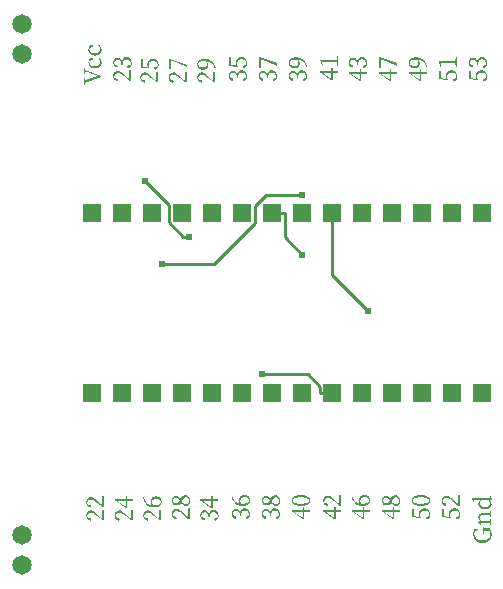
<source format=gtl>
G04 Layer: TopLayer*
G04 EasyEDA v6.5.37, 2023-10-24 23:36:19*
G04 78d52bff66364ecaa542ea5132882577,2d72dfcb43d4463a83f972036e7af0db,10*
G04 Gerber Generator version 0.2*
G04 Scale: 100 percent, Rotated: No, Reflected: No *
G04 Dimensions in millimeters *
G04 leading zeros omitted , absolute positions ,4 integer and 5 decimal *
%FSLAX45Y45*%
%MOMM*%

%ADD10C,0.2540*%
%ADD11C,1.6510*%
%ADD12R,1.5240X1.5240*%
%ADD13C,0.6096*%

%LPD*%
G36*
X1484630Y4785868D02*
G01*
X1479702Y4785614D01*
X1475079Y4784902D01*
X1470660Y4783683D01*
X1466545Y4782007D01*
X1462684Y4779772D01*
X1459128Y4777028D01*
X1455928Y4773777D01*
X1453032Y4770018D01*
X1450543Y4765700D01*
X1448358Y4760874D01*
X1446631Y4755489D01*
X1445260Y4749546D01*
X1442618Y4756708D01*
X1439316Y4763058D01*
X1435404Y4768443D01*
X1430934Y4772914D01*
X1425956Y4776419D01*
X1420520Y4778959D01*
X1414627Y4780534D01*
X1408430Y4781042D01*
X1403146Y4780686D01*
X1398168Y4779721D01*
X1393545Y4778095D01*
X1389329Y4775860D01*
X1385468Y4773066D01*
X1382064Y4769713D01*
X1379118Y4765802D01*
X1376680Y4761382D01*
X1374698Y4756505D01*
X1373276Y4751120D01*
X1372412Y4745329D01*
X1372108Y4739132D01*
X1372514Y4731613D01*
X1373835Y4724501D01*
X1376019Y4717999D01*
X1379118Y4712106D01*
X1383080Y4707026D01*
X1387957Y4702810D01*
X1393799Y4699609D01*
X1400556Y4697476D01*
X1404264Y4699254D01*
X1406702Y4701590D01*
X1408023Y4704384D01*
X1408430Y4707636D01*
X1407617Y4712258D01*
X1405128Y4715713D01*
X1400911Y4718304D01*
X1394968Y4720336D01*
X1382014Y4723892D01*
X1380998Y4729734D01*
X1380744Y4734814D01*
X1381201Y4741011D01*
X1382623Y4746548D01*
X1384960Y4751273D01*
X1388160Y4755235D01*
X1392224Y4758385D01*
X1397152Y4760620D01*
X1402892Y4762042D01*
X1409446Y4762500D01*
X1416456Y4761890D01*
X1422654Y4760214D01*
X1427937Y4757420D01*
X1432356Y4753660D01*
X1435862Y4748987D01*
X1438402Y4743450D01*
X1439926Y4737049D01*
X1440434Y4729988D01*
X1440434Y4721098D01*
X1450340Y4721098D01*
X1450340Y4731766D01*
X1450949Y4739792D01*
X1452727Y4746802D01*
X1455623Y4752746D01*
X1459534Y4757623D01*
X1464411Y4761382D01*
X1470152Y4764125D01*
X1476756Y4765751D01*
X1484122Y4766310D01*
X1491335Y4765751D01*
X1497939Y4764074D01*
X1503781Y4761331D01*
X1508810Y4757572D01*
X1512874Y4752746D01*
X1515872Y4747006D01*
X1517751Y4740351D01*
X1518412Y4732782D01*
X1518005Y4726482D01*
X1516634Y4719828D01*
X1503426Y4716272D01*
X1496872Y4714240D01*
X1492351Y4711801D01*
X1489760Y4708499D01*
X1488948Y4704080D01*
X1489354Y4700828D01*
X1490573Y4697882D01*
X1492808Y4695393D01*
X1496060Y4693412D01*
X1503527Y4695494D01*
X1509877Y4698644D01*
X1515160Y4702810D01*
X1519428Y4707890D01*
X1522679Y4713833D01*
X1525016Y4720539D01*
X1526336Y4728006D01*
X1526794Y4736084D01*
X1526438Y4743246D01*
X1525371Y4750003D01*
X1523644Y4756302D01*
X1521256Y4762093D01*
X1518361Y4767326D01*
X1514856Y4772050D01*
X1510842Y4776114D01*
X1506423Y4779518D01*
X1501495Y4782210D01*
X1496212Y4784242D01*
X1490573Y4785461D01*
G37*
G36*
X1506728Y4674362D02*
G01*
X1506728Y4597146D01*
X1479804Y4623308D01*
X1464005Y4638243D01*
X1450898Y4649774D01*
X1445158Y4654397D01*
X1439824Y4658207D01*
X1434795Y4661408D01*
X1430020Y4663897D01*
X1425397Y4665726D01*
X1420825Y4667046D01*
X1416202Y4667758D01*
X1411478Y4668012D01*
X1405839Y4667758D01*
X1400556Y4666945D01*
X1395577Y4665573D01*
X1391005Y4663643D01*
X1386840Y4661154D01*
X1383131Y4658055D01*
X1379880Y4654397D01*
X1377188Y4650079D01*
X1375003Y4645202D01*
X1373428Y4639665D01*
X1372463Y4633468D01*
X1372108Y4626610D01*
X1372362Y4621123D01*
X1373022Y4615840D01*
X1374190Y4610709D01*
X1375816Y4605883D01*
X1377950Y4601311D01*
X1380490Y4597095D01*
X1383538Y4593285D01*
X1386992Y4589932D01*
X1390954Y4587087D01*
X1395374Y4584750D01*
X1400302Y4583023D01*
X1405636Y4581906D01*
X1408430Y4583887D01*
X1410563Y4586427D01*
X1411986Y4589424D01*
X1412494Y4592828D01*
X1411732Y4596688D01*
X1409344Y4599990D01*
X1404975Y4602734D01*
X1398524Y4605020D01*
X1382268Y4609338D01*
X1381150Y4615992D01*
X1380744Y4621276D01*
X1381302Y4627270D01*
X1383030Y4632655D01*
X1385773Y4637328D01*
X1389481Y4641291D01*
X1394053Y4644440D01*
X1399489Y4646777D01*
X1405636Y4648200D01*
X1412494Y4648708D01*
X1416913Y4648504D01*
X1421384Y4647844D01*
X1425803Y4646777D01*
X1430324Y4645253D01*
X1434947Y4643323D01*
X1439621Y4640884D01*
X1444498Y4638040D01*
X1454759Y4630928D01*
X1465935Y4621936D01*
X1510284Y4582922D01*
X1524000Y4582922D01*
X1524000Y4674362D01*
G37*
G36*
X1706625Y4772914D02*
G01*
X1699463Y4772507D01*
X1692859Y4771288D01*
X1686763Y4769358D01*
X1681276Y4766716D01*
X1676400Y4763363D01*
X1672132Y4759401D01*
X1668424Y4754880D01*
X1665427Y4749749D01*
X1662988Y4744110D01*
X1661312Y4737963D01*
X1660245Y4731359D01*
X1659889Y4724400D01*
X1660093Y4718456D01*
X1660702Y4712817D01*
X1661718Y4707280D01*
X1663192Y4701794D01*
X1621028Y4704588D01*
X1621028Y4768850D01*
X1603756Y4768850D01*
X1603756Y4695952D01*
X1673098Y4691380D01*
X1674875Y4696968D01*
X1673555Y4702352D01*
X1672589Y4707737D01*
X1672031Y4713071D01*
X1671828Y4718304D01*
X1672082Y4723485D01*
X1672894Y4728311D01*
X1674266Y4732782D01*
X1676095Y4736896D01*
X1678482Y4740554D01*
X1681378Y4743805D01*
X1684731Y4746650D01*
X1688541Y4748987D01*
X1692808Y4750866D01*
X1697583Y4752238D01*
X1702765Y4753051D01*
X1708404Y4753356D01*
X1714093Y4753102D01*
X1719376Y4752390D01*
X1724304Y4751171D01*
X1728774Y4749444D01*
X1732889Y4747260D01*
X1736445Y4744669D01*
X1739595Y4741570D01*
X1742186Y4738065D01*
X1744268Y4734052D01*
X1745792Y4729683D01*
X1746707Y4724806D01*
X1747012Y4719574D01*
X1746859Y4716018D01*
X1745843Y4709058D01*
X1744980Y4705604D01*
X1731518Y4702048D01*
X1724710Y4699914D01*
X1720443Y4697374D01*
X1718208Y4694174D01*
X1717548Y4689856D01*
X1718005Y4686452D01*
X1719275Y4683506D01*
X1721510Y4681118D01*
X1724660Y4679442D01*
X1731822Y4681524D01*
X1738020Y4684572D01*
X1743303Y4688484D01*
X1747621Y4693310D01*
X1751025Y4698949D01*
X1753463Y4705451D01*
X1754886Y4712766D01*
X1755393Y4720844D01*
X1755190Y4726635D01*
X1754479Y4732121D01*
X1753412Y4737354D01*
X1751888Y4742281D01*
X1749958Y4746853D01*
X1747672Y4751171D01*
X1744980Y4755083D01*
X1741982Y4758690D01*
X1738579Y4761890D01*
X1734870Y4764735D01*
X1730857Y4767173D01*
X1726590Y4769205D01*
X1721967Y4770831D01*
X1717090Y4771948D01*
X1712010Y4772660D01*
G37*
G36*
X1735328Y4661662D02*
G01*
X1735328Y4584446D01*
X1708404Y4610608D01*
X1692605Y4625543D01*
X1679498Y4637074D01*
X1673758Y4641697D01*
X1668424Y4645507D01*
X1663395Y4648708D01*
X1658620Y4651197D01*
X1653997Y4653026D01*
X1649425Y4654346D01*
X1644802Y4655058D01*
X1640078Y4655312D01*
X1634439Y4655058D01*
X1629156Y4654245D01*
X1624177Y4652873D01*
X1619605Y4650943D01*
X1615440Y4648454D01*
X1611731Y4645355D01*
X1608480Y4641697D01*
X1605788Y4637379D01*
X1603603Y4632502D01*
X1602028Y4626965D01*
X1601063Y4620768D01*
X1600708Y4613910D01*
X1600962Y4608423D01*
X1601622Y4603140D01*
X1602790Y4598009D01*
X1604416Y4593183D01*
X1606550Y4588611D01*
X1609090Y4584395D01*
X1612138Y4580585D01*
X1615592Y4577232D01*
X1619554Y4574387D01*
X1623974Y4572050D01*
X1628901Y4570323D01*
X1634236Y4569206D01*
X1637030Y4571187D01*
X1639163Y4573727D01*
X1640586Y4576724D01*
X1641093Y4580128D01*
X1640332Y4583988D01*
X1637944Y4587290D01*
X1633575Y4590034D01*
X1627124Y4592320D01*
X1610868Y4596638D01*
X1609750Y4603292D01*
X1609344Y4608576D01*
X1609902Y4614570D01*
X1611630Y4619955D01*
X1614373Y4624628D01*
X1618081Y4628591D01*
X1622653Y4631740D01*
X1628089Y4634077D01*
X1634236Y4635500D01*
X1641093Y4636008D01*
X1645513Y4635804D01*
X1649984Y4635144D01*
X1654403Y4634077D01*
X1658924Y4632553D01*
X1663547Y4630623D01*
X1668221Y4628184D01*
X1673098Y4625340D01*
X1683359Y4618228D01*
X1694535Y4609236D01*
X1738884Y4570222D01*
X1752600Y4570222D01*
X1752600Y4661662D01*
G37*
G36*
X1845056Y4772406D02*
G01*
X1845056Y4681982D01*
X1862328Y4681982D01*
X1862328Y4759960D01*
X1991868Y4700778D01*
X1993900Y4702810D01*
X1993900Y4719828D01*
X1855978Y4772406D01*
G37*
G36*
X1976628Y4661662D02*
G01*
X1976628Y4584446D01*
X1949704Y4610608D01*
X1933905Y4625543D01*
X1920798Y4637074D01*
X1915058Y4641697D01*
X1909724Y4645507D01*
X1904695Y4648708D01*
X1899920Y4651197D01*
X1895297Y4653026D01*
X1890725Y4654346D01*
X1886102Y4655058D01*
X1881378Y4655312D01*
X1875739Y4655058D01*
X1870456Y4654245D01*
X1865477Y4652873D01*
X1860905Y4650943D01*
X1856739Y4648454D01*
X1853031Y4645355D01*
X1849780Y4641697D01*
X1847088Y4637379D01*
X1844903Y4632502D01*
X1843328Y4626965D01*
X1842363Y4620768D01*
X1842007Y4613910D01*
X1842262Y4608423D01*
X1842922Y4603140D01*
X1844090Y4598009D01*
X1845716Y4593183D01*
X1847850Y4588611D01*
X1850389Y4584395D01*
X1853438Y4580585D01*
X1856892Y4577232D01*
X1860854Y4574387D01*
X1865274Y4572050D01*
X1870202Y4570323D01*
X1875536Y4569206D01*
X1878330Y4571187D01*
X1880463Y4573727D01*
X1881886Y4576724D01*
X1882393Y4580128D01*
X1881632Y4583988D01*
X1879244Y4587290D01*
X1874875Y4590034D01*
X1868424Y4592320D01*
X1852168Y4596638D01*
X1851050Y4603292D01*
X1850643Y4608576D01*
X1851202Y4614570D01*
X1852930Y4619955D01*
X1855673Y4624628D01*
X1859381Y4628591D01*
X1863953Y4631740D01*
X1869389Y4634077D01*
X1875536Y4635500D01*
X1882393Y4636008D01*
X1886813Y4635804D01*
X1891284Y4635144D01*
X1895703Y4634077D01*
X1900224Y4632553D01*
X1904847Y4630623D01*
X1909521Y4628184D01*
X1914398Y4625340D01*
X1924659Y4618228D01*
X1935835Y4609236D01*
X1980184Y4570222D01*
X1993900Y4570222D01*
X1993900Y4661662D01*
G37*
G36*
X2142490Y4771390D02*
G01*
X2135886Y4771186D01*
X2129586Y4770577D01*
X2123643Y4769561D01*
X2118004Y4768189D01*
X2112772Y4766462D01*
X2107895Y4764328D01*
X2103424Y4761839D01*
X2099360Y4758994D01*
X2095754Y4755845D01*
X2092502Y4752340D01*
X2089759Y4748530D01*
X2087473Y4744364D01*
X2085695Y4739944D01*
X2084374Y4735220D01*
X2083562Y4730191D01*
X2083353Y4724146D01*
X2091943Y4724146D01*
X2092299Y4728159D01*
X2093315Y4731918D01*
X2094992Y4735423D01*
X2097430Y4738674D01*
X2100580Y4741570D01*
X2104491Y4744161D01*
X2109114Y4746447D01*
X2114550Y4748326D01*
X2120747Y4749850D01*
X2127758Y4750917D01*
X2135632Y4751578D01*
X2146909Y4751832D01*
X2154682Y4751578D01*
X2158796Y4746193D01*
X2161641Y4740351D01*
X2163267Y4734001D01*
X2163826Y4727194D01*
X2163318Y4720996D01*
X2161692Y4715306D01*
X2159000Y4710176D01*
X2155240Y4705705D01*
X2150313Y4702048D01*
X2144217Y4699304D01*
X2136952Y4697577D01*
X2128520Y4696968D01*
X2120036Y4697526D01*
X2112619Y4699101D01*
X2106320Y4701590D01*
X2101189Y4704943D01*
X2097176Y4708956D01*
X2094280Y4713579D01*
X2092502Y4718659D01*
X2091943Y4724146D01*
X2083353Y4724146D01*
X2083714Y4718151D01*
X2084832Y4711801D01*
X2086711Y4705858D01*
X2089251Y4700371D01*
X2092452Y4695342D01*
X2096312Y4690922D01*
X2100732Y4687011D01*
X2105710Y4683760D01*
X2111298Y4681169D01*
X2117344Y4679238D01*
X2123846Y4678070D01*
X2130806Y4677664D01*
X2137511Y4678070D01*
X2143760Y4679188D01*
X2149500Y4681067D01*
X2154783Y4683556D01*
X2159508Y4686655D01*
X2163673Y4690313D01*
X2167280Y4694428D01*
X2170277Y4699050D01*
X2172614Y4704029D01*
X2174341Y4709363D01*
X2175408Y4715002D01*
X2175764Y4720844D01*
X2175002Y4729429D01*
X2172868Y4737252D01*
X2169312Y4744262D01*
X2164588Y4750562D01*
X2170531Y4749393D01*
X2176221Y4747920D01*
X2181707Y4746142D01*
X2186990Y4744008D01*
X2192020Y4741519D01*
X2196795Y4738674D01*
X2201367Y4735423D01*
X2205736Y4731867D01*
X2209850Y4727905D01*
X2213762Y4723536D01*
X2217420Y4718761D01*
X2220874Y4713579D01*
X2224125Y4707991D01*
X2227072Y4701946D01*
X2229866Y4695494D01*
X2232406Y4688586D01*
X2239264Y4690110D01*
X2237435Y4697069D01*
X2235352Y4703724D01*
X2233015Y4710023D01*
X2230424Y4715967D01*
X2227630Y4721606D01*
X2224582Y4726940D01*
X2221382Y4731918D01*
X2217978Y4736592D01*
X2214321Y4740960D01*
X2210511Y4744974D01*
X2206548Y4748733D01*
X2202383Y4752187D01*
X2198116Y4755337D01*
X2193645Y4758182D01*
X2189022Y4760722D01*
X2184298Y4763008D01*
X2179421Y4764989D01*
X2174443Y4766716D01*
X2169363Y4768189D01*
X2164130Y4769358D01*
X2153462Y4770882D01*
X2148027Y4771288D01*
G37*
G36*
X2217928Y4661662D02*
G01*
X2217928Y4584446D01*
X2191004Y4610608D01*
X2175205Y4625543D01*
X2162098Y4637074D01*
X2156358Y4641697D01*
X2151024Y4645507D01*
X2145995Y4648708D01*
X2141220Y4651197D01*
X2136597Y4653026D01*
X2132025Y4654346D01*
X2127402Y4655058D01*
X2122678Y4655312D01*
X2117039Y4655058D01*
X2111756Y4654245D01*
X2106777Y4652873D01*
X2102205Y4650943D01*
X2098040Y4648454D01*
X2094331Y4645355D01*
X2091080Y4641697D01*
X2088388Y4637379D01*
X2086203Y4632502D01*
X2084628Y4626965D01*
X2083663Y4620768D01*
X2083307Y4613910D01*
X2083562Y4608423D01*
X2084222Y4603140D01*
X2085390Y4598009D01*
X2087016Y4593183D01*
X2089150Y4588611D01*
X2091689Y4584395D01*
X2094738Y4580585D01*
X2098192Y4577232D01*
X2102154Y4574387D01*
X2106574Y4572050D01*
X2111502Y4570323D01*
X2116836Y4569206D01*
X2119630Y4571187D01*
X2121763Y4573727D01*
X2123186Y4576724D01*
X2123694Y4580128D01*
X2122932Y4583988D01*
X2120493Y4587290D01*
X2116175Y4590034D01*
X2109724Y4592320D01*
X2093468Y4596638D01*
X2092299Y4603292D01*
X2091943Y4608576D01*
X2092502Y4614570D01*
X2094230Y4619955D01*
X2096973Y4624628D01*
X2100681Y4628591D01*
X2105253Y4631740D01*
X2110689Y4634077D01*
X2116836Y4635500D01*
X2123694Y4636008D01*
X2128113Y4635804D01*
X2132584Y4635144D01*
X2137003Y4634077D01*
X2141524Y4632553D01*
X2146147Y4630623D01*
X2150821Y4628184D01*
X2155698Y4625340D01*
X2165959Y4618228D01*
X2177135Y4609236D01*
X2221484Y4570222D01*
X2235200Y4570222D01*
X2235200Y4661662D01*
G37*
G36*
X2455926Y4785614D02*
G01*
X2448763Y4785207D01*
X2442159Y4783988D01*
X2436063Y4782058D01*
X2430576Y4779416D01*
X2425700Y4776063D01*
X2421432Y4772101D01*
X2417724Y4767580D01*
X2414727Y4762449D01*
X2412288Y4756810D01*
X2410612Y4750663D01*
X2409545Y4744059D01*
X2409190Y4737100D01*
X2409393Y4731156D01*
X2410002Y4725517D01*
X2411018Y4719980D01*
X2412492Y4714494D01*
X2370328Y4717288D01*
X2370328Y4781550D01*
X2353056Y4781550D01*
X2353056Y4708652D01*
X2422398Y4704080D01*
X2424176Y4709668D01*
X2422855Y4715052D01*
X2421890Y4720437D01*
X2421331Y4725771D01*
X2421128Y4731004D01*
X2421382Y4736185D01*
X2422194Y4741011D01*
X2423566Y4745482D01*
X2425395Y4749596D01*
X2427782Y4753254D01*
X2430627Y4756505D01*
X2434031Y4759350D01*
X2437841Y4761687D01*
X2442108Y4763566D01*
X2446883Y4764938D01*
X2452065Y4765751D01*
X2457704Y4766056D01*
X2463393Y4765802D01*
X2468676Y4765090D01*
X2473604Y4763871D01*
X2478074Y4762144D01*
X2482189Y4759960D01*
X2485796Y4757369D01*
X2488895Y4754270D01*
X2491486Y4750765D01*
X2493568Y4746752D01*
X2495092Y4742383D01*
X2496007Y4737506D01*
X2496312Y4732274D01*
X2496159Y4728718D01*
X2495143Y4721758D01*
X2494280Y4718304D01*
X2480818Y4714748D01*
X2474010Y4712614D01*
X2469743Y4710074D01*
X2467508Y4706874D01*
X2466848Y4702556D01*
X2467305Y4699152D01*
X2468575Y4696206D01*
X2470810Y4693818D01*
X2473960Y4692142D01*
X2481122Y4694224D01*
X2487320Y4697272D01*
X2492603Y4701184D01*
X2496921Y4706010D01*
X2500325Y4711649D01*
X2502763Y4718151D01*
X2504186Y4725466D01*
X2504694Y4733544D01*
X2504490Y4739335D01*
X2503779Y4744821D01*
X2502712Y4750054D01*
X2501188Y4754981D01*
X2499258Y4759553D01*
X2496972Y4763871D01*
X2494280Y4767783D01*
X2491282Y4771390D01*
X2487879Y4774590D01*
X2484170Y4777435D01*
X2480157Y4779873D01*
X2475890Y4781905D01*
X2471267Y4783531D01*
X2466390Y4784648D01*
X2461310Y4785360D01*
G37*
G36*
X2462530Y4674108D02*
G01*
X2457602Y4673854D01*
X2452979Y4673142D01*
X2448560Y4671974D01*
X2444445Y4670298D01*
X2440584Y4668113D01*
X2437028Y4665421D01*
X2433828Y4662170D01*
X2430932Y4658461D01*
X2428443Y4654194D01*
X2426258Y4649368D01*
X2424531Y4643983D01*
X2423160Y4638040D01*
X2420518Y4645202D01*
X2417216Y4651552D01*
X2413304Y4656937D01*
X2408834Y4661408D01*
X2403856Y4664913D01*
X2398420Y4667453D01*
X2392527Y4669028D01*
X2386330Y4669536D01*
X2381046Y4669180D01*
X2376068Y4668215D01*
X2371445Y4666589D01*
X2367229Y4664354D01*
X2363368Y4661560D01*
X2359964Y4658156D01*
X2357018Y4654245D01*
X2354580Y4649825D01*
X2352598Y4644898D01*
X2351176Y4639513D01*
X2350312Y4633620D01*
X2350008Y4627372D01*
X2350414Y4619904D01*
X2351735Y4612843D01*
X2353919Y4606340D01*
X2357018Y4600448D01*
X2360980Y4595317D01*
X2365857Y4591100D01*
X2371699Y4587849D01*
X2378456Y4585716D01*
X2382164Y4587544D01*
X2384602Y4589983D01*
X2385923Y4592878D01*
X2386330Y4596130D01*
X2385517Y4600752D01*
X2383028Y4604207D01*
X2378811Y4606798D01*
X2372868Y4608830D01*
X2359914Y4612386D01*
X2358898Y4618228D01*
X2358644Y4623308D01*
X2359101Y4629454D01*
X2360523Y4634890D01*
X2362860Y4639564D01*
X2366060Y4643475D01*
X2370124Y4646625D01*
X2375052Y4648860D01*
X2380792Y4650282D01*
X2387346Y4650740D01*
X2394356Y4650181D01*
X2400554Y4648504D01*
X2405837Y4645761D01*
X2410256Y4642002D01*
X2413762Y4637328D01*
X2416302Y4631791D01*
X2417826Y4625390D01*
X2418334Y4618228D01*
X2418334Y4609592D01*
X2428240Y4609592D01*
X2428240Y4620260D01*
X2428849Y4628286D01*
X2430627Y4635296D01*
X2433523Y4641240D01*
X2437434Y4646117D01*
X2442311Y4649876D01*
X2448052Y4652619D01*
X2454656Y4654245D01*
X2462022Y4654804D01*
X2469235Y4654245D01*
X2475839Y4652568D01*
X2481681Y4649825D01*
X2486710Y4646015D01*
X2490774Y4641240D01*
X2493772Y4635500D01*
X2495651Y4628845D01*
X2496312Y4621276D01*
X2495905Y4614976D01*
X2494534Y4608322D01*
X2481326Y4604766D01*
X2474772Y4602632D01*
X2470302Y4600194D01*
X2467660Y4596993D01*
X2466848Y4592574D01*
X2467254Y4589170D01*
X2468473Y4586274D01*
X2470708Y4583734D01*
X2473960Y4581652D01*
X2481427Y4583734D01*
X2487777Y4586935D01*
X2493060Y4591100D01*
X2497328Y4596231D01*
X2500579Y4602175D01*
X2502916Y4608880D01*
X2504236Y4616297D01*
X2504694Y4624324D01*
X2504338Y4631537D01*
X2503271Y4638344D01*
X2501544Y4644644D01*
X2499156Y4650435D01*
X2496261Y4655667D01*
X2492756Y4660341D01*
X2488742Y4664405D01*
X2484323Y4667808D01*
X2479395Y4670501D01*
X2474112Y4672482D01*
X2468473Y4673701D01*
G37*
G36*
X2607056Y4785106D02*
G01*
X2607056Y4694682D01*
X2624328Y4694682D01*
X2624328Y4772660D01*
X2753868Y4713478D01*
X2755900Y4715510D01*
X2755900Y4732528D01*
X2617978Y4785106D01*
G37*
G36*
X2716530Y4674108D02*
G01*
X2711602Y4673854D01*
X2706979Y4673142D01*
X2702560Y4671974D01*
X2698445Y4670298D01*
X2694584Y4668113D01*
X2691028Y4665421D01*
X2687828Y4662170D01*
X2684932Y4658461D01*
X2682443Y4654194D01*
X2680258Y4649368D01*
X2678531Y4643983D01*
X2677160Y4638040D01*
X2674518Y4645202D01*
X2671216Y4651552D01*
X2667304Y4656937D01*
X2662834Y4661408D01*
X2657856Y4664913D01*
X2652420Y4667453D01*
X2646527Y4669028D01*
X2640330Y4669536D01*
X2635046Y4669180D01*
X2630068Y4668215D01*
X2625445Y4666589D01*
X2621229Y4664354D01*
X2617368Y4661560D01*
X2613964Y4658156D01*
X2611018Y4654245D01*
X2608580Y4649825D01*
X2606598Y4644898D01*
X2605176Y4639513D01*
X2604312Y4633620D01*
X2604008Y4627372D01*
X2604414Y4619904D01*
X2605735Y4612843D01*
X2607919Y4606340D01*
X2611018Y4600448D01*
X2614980Y4595317D01*
X2619857Y4591100D01*
X2625699Y4587849D01*
X2632456Y4585716D01*
X2636164Y4587544D01*
X2638602Y4589983D01*
X2639923Y4592878D01*
X2640330Y4596130D01*
X2639517Y4600752D01*
X2637028Y4604207D01*
X2632811Y4606798D01*
X2626868Y4608830D01*
X2613914Y4612386D01*
X2612898Y4618228D01*
X2612644Y4623308D01*
X2613101Y4629454D01*
X2614523Y4634890D01*
X2616860Y4639564D01*
X2620060Y4643475D01*
X2624124Y4646625D01*
X2629052Y4648860D01*
X2634792Y4650282D01*
X2641346Y4650740D01*
X2648356Y4650181D01*
X2654554Y4648504D01*
X2659837Y4645761D01*
X2664256Y4642002D01*
X2667762Y4637328D01*
X2670302Y4631791D01*
X2671826Y4625390D01*
X2672334Y4618228D01*
X2672334Y4609592D01*
X2682240Y4609592D01*
X2682240Y4620260D01*
X2682849Y4628286D01*
X2684627Y4635296D01*
X2687523Y4641240D01*
X2691434Y4646117D01*
X2696311Y4649876D01*
X2702052Y4652619D01*
X2708656Y4654245D01*
X2716022Y4654804D01*
X2723235Y4654245D01*
X2729839Y4652568D01*
X2735681Y4649825D01*
X2740710Y4646015D01*
X2744774Y4641240D01*
X2747772Y4635500D01*
X2749651Y4628845D01*
X2750312Y4621276D01*
X2749905Y4614976D01*
X2748534Y4608322D01*
X2735326Y4604766D01*
X2728772Y4602632D01*
X2724302Y4600194D01*
X2721660Y4596993D01*
X2720848Y4592574D01*
X2721254Y4589170D01*
X2722473Y4586274D01*
X2724708Y4583734D01*
X2727960Y4581652D01*
X2735427Y4583734D01*
X2741777Y4586935D01*
X2747060Y4591100D01*
X2751328Y4596231D01*
X2754579Y4602175D01*
X2756916Y4608880D01*
X2758236Y4616297D01*
X2758694Y4624324D01*
X2758338Y4631537D01*
X2757271Y4638344D01*
X2755544Y4644644D01*
X2753156Y4650435D01*
X2750261Y4655667D01*
X2746756Y4660341D01*
X2742742Y4664405D01*
X2738323Y4667808D01*
X2733395Y4670501D01*
X2728112Y4672482D01*
X2722473Y4673701D01*
G37*
G36*
X2917190Y4784090D02*
G01*
X2910586Y4783886D01*
X2904286Y4783277D01*
X2898343Y4782261D01*
X2892704Y4780889D01*
X2887472Y4779162D01*
X2882595Y4777028D01*
X2878124Y4774539D01*
X2874060Y4771694D01*
X2870454Y4768545D01*
X2867202Y4765040D01*
X2864459Y4761230D01*
X2862173Y4757064D01*
X2860395Y4752644D01*
X2859074Y4747920D01*
X2858262Y4742891D01*
X2858053Y4736846D01*
X2866644Y4736846D01*
X2866999Y4740859D01*
X2868015Y4744618D01*
X2869692Y4748123D01*
X2872130Y4751374D01*
X2875280Y4754270D01*
X2879191Y4756861D01*
X2883814Y4759147D01*
X2889250Y4761026D01*
X2895447Y4762550D01*
X2902458Y4763617D01*
X2910332Y4764278D01*
X2921609Y4764532D01*
X2929382Y4764278D01*
X2933496Y4758893D01*
X2936341Y4753051D01*
X2937967Y4746701D01*
X2938526Y4739894D01*
X2938018Y4733696D01*
X2936392Y4728006D01*
X2933700Y4722876D01*
X2929940Y4718405D01*
X2925013Y4714748D01*
X2918917Y4712004D01*
X2911652Y4710277D01*
X2903220Y4709668D01*
X2894736Y4710226D01*
X2887319Y4711801D01*
X2881020Y4714290D01*
X2875889Y4717643D01*
X2871876Y4721656D01*
X2868980Y4726279D01*
X2867202Y4731359D01*
X2866644Y4736846D01*
X2858053Y4736846D01*
X2858414Y4730851D01*
X2859532Y4724501D01*
X2861411Y4718558D01*
X2863951Y4713071D01*
X2867152Y4708042D01*
X2871012Y4703622D01*
X2875432Y4699711D01*
X2880410Y4696460D01*
X2885998Y4693869D01*
X2892044Y4691938D01*
X2898546Y4690770D01*
X2905506Y4690364D01*
X2912211Y4690770D01*
X2918460Y4691888D01*
X2924200Y4693767D01*
X2929483Y4696256D01*
X2934208Y4699355D01*
X2938373Y4703013D01*
X2941980Y4707128D01*
X2944977Y4711750D01*
X2947314Y4716729D01*
X2949041Y4722063D01*
X2950108Y4727702D01*
X2950464Y4733544D01*
X2949702Y4742129D01*
X2947568Y4749952D01*
X2944012Y4756962D01*
X2939288Y4763262D01*
X2945231Y4762093D01*
X2950921Y4760620D01*
X2956407Y4758842D01*
X2961690Y4756708D01*
X2966720Y4754219D01*
X2971495Y4751374D01*
X2976067Y4748123D01*
X2980436Y4744567D01*
X2984550Y4740605D01*
X2988462Y4736236D01*
X2992120Y4731461D01*
X2995574Y4726279D01*
X2998825Y4720691D01*
X3001772Y4714646D01*
X3004566Y4708194D01*
X3007106Y4701286D01*
X3013964Y4702810D01*
X3012135Y4709769D01*
X3010052Y4716424D01*
X3007715Y4722723D01*
X3005124Y4728667D01*
X3002330Y4734306D01*
X2999282Y4739640D01*
X2996082Y4744618D01*
X2992678Y4749292D01*
X2989021Y4753660D01*
X2985211Y4757674D01*
X2981248Y4761433D01*
X2977083Y4764887D01*
X2972816Y4768037D01*
X2968345Y4770882D01*
X2963722Y4773422D01*
X2958998Y4775708D01*
X2954121Y4777689D01*
X2949143Y4779416D01*
X2944063Y4780889D01*
X2938830Y4782058D01*
X2928162Y4783582D01*
X2922727Y4783988D01*
G37*
G36*
X2970530Y4674108D02*
G01*
X2965602Y4673854D01*
X2960979Y4673142D01*
X2956560Y4671974D01*
X2952445Y4670298D01*
X2948584Y4668113D01*
X2945028Y4665421D01*
X2941828Y4662170D01*
X2938932Y4658461D01*
X2936443Y4654194D01*
X2934258Y4649368D01*
X2932531Y4643983D01*
X2931160Y4638040D01*
X2928518Y4645202D01*
X2925216Y4651552D01*
X2921304Y4656937D01*
X2916834Y4661408D01*
X2911856Y4664913D01*
X2906420Y4667453D01*
X2900527Y4669028D01*
X2894330Y4669536D01*
X2889046Y4669180D01*
X2884068Y4668215D01*
X2879445Y4666589D01*
X2875229Y4664354D01*
X2871368Y4661560D01*
X2867964Y4658156D01*
X2865018Y4654245D01*
X2862580Y4649825D01*
X2860598Y4644898D01*
X2859176Y4639513D01*
X2858312Y4633620D01*
X2858008Y4627372D01*
X2858414Y4619904D01*
X2859735Y4612843D01*
X2861919Y4606340D01*
X2865018Y4600448D01*
X2868980Y4595317D01*
X2873857Y4591100D01*
X2879699Y4587849D01*
X2886456Y4585716D01*
X2890164Y4587544D01*
X2892602Y4589983D01*
X2893923Y4592878D01*
X2894330Y4596130D01*
X2893517Y4600752D01*
X2891028Y4604207D01*
X2886811Y4606798D01*
X2880868Y4608830D01*
X2867914Y4612386D01*
X2866898Y4618228D01*
X2866644Y4623308D01*
X2867101Y4629454D01*
X2868523Y4634890D01*
X2870860Y4639564D01*
X2874060Y4643475D01*
X2878124Y4646625D01*
X2883052Y4648860D01*
X2888792Y4650282D01*
X2895346Y4650740D01*
X2902356Y4650181D01*
X2908554Y4648504D01*
X2913837Y4645761D01*
X2918256Y4642002D01*
X2921762Y4637328D01*
X2924302Y4631791D01*
X2925826Y4625390D01*
X2926334Y4618228D01*
X2926334Y4609592D01*
X2936240Y4609592D01*
X2936240Y4620260D01*
X2936849Y4628286D01*
X2938627Y4635296D01*
X2941523Y4641240D01*
X2945434Y4646117D01*
X2950311Y4649876D01*
X2956052Y4652619D01*
X2962656Y4654245D01*
X2970022Y4654804D01*
X2977235Y4654245D01*
X2983839Y4652568D01*
X2989681Y4649825D01*
X2994710Y4646015D01*
X2998774Y4641240D01*
X3001772Y4635500D01*
X3003651Y4628845D01*
X3004312Y4621276D01*
X3003905Y4614976D01*
X3002534Y4608322D01*
X2989326Y4604766D01*
X2982772Y4602632D01*
X2978302Y4600194D01*
X2975660Y4596993D01*
X2974848Y4592574D01*
X2975254Y4589170D01*
X2976473Y4586274D01*
X2978708Y4583734D01*
X2981960Y4581652D01*
X2989427Y4583734D01*
X2995777Y4586935D01*
X3001060Y4591100D01*
X3005328Y4596231D01*
X3008579Y4602175D01*
X3010916Y4608880D01*
X3012236Y4616297D01*
X3012694Y4624324D01*
X3012338Y4631537D01*
X3011271Y4638344D01*
X3009544Y4644644D01*
X3007156Y4650435D01*
X3004261Y4655667D01*
X3000756Y4660341D01*
X2996742Y4664405D01*
X2992323Y4667808D01*
X2987395Y4670501D01*
X2982112Y4672482D01*
X2976473Y4673701D01*
G37*
G36*
X3478529Y4785868D02*
G01*
X3473602Y4785614D01*
X3468979Y4784902D01*
X3464560Y4783683D01*
X3460445Y4782007D01*
X3456584Y4779772D01*
X3453028Y4777028D01*
X3449828Y4773777D01*
X3446932Y4770018D01*
X3444443Y4765700D01*
X3442258Y4760874D01*
X3440531Y4755489D01*
X3439160Y4749546D01*
X3436518Y4756708D01*
X3433216Y4763058D01*
X3429304Y4768443D01*
X3424834Y4772914D01*
X3419856Y4776419D01*
X3414420Y4778959D01*
X3408527Y4780534D01*
X3402329Y4781042D01*
X3397046Y4780686D01*
X3392068Y4779721D01*
X3387445Y4778095D01*
X3383229Y4775860D01*
X3379368Y4773066D01*
X3375964Y4769713D01*
X3373018Y4765802D01*
X3370579Y4761382D01*
X3368598Y4756505D01*
X3367176Y4751120D01*
X3366312Y4745329D01*
X3366008Y4739132D01*
X3366414Y4731613D01*
X3367735Y4724501D01*
X3369919Y4717999D01*
X3373018Y4712106D01*
X3376980Y4707026D01*
X3381857Y4702810D01*
X3387699Y4699609D01*
X3394456Y4697476D01*
X3398164Y4699254D01*
X3400602Y4701590D01*
X3401923Y4704384D01*
X3402329Y4707636D01*
X3401517Y4712258D01*
X3399028Y4715713D01*
X3394811Y4718304D01*
X3388868Y4720336D01*
X3375914Y4723892D01*
X3374898Y4729734D01*
X3374644Y4734814D01*
X3375101Y4741011D01*
X3376523Y4746548D01*
X3378860Y4751273D01*
X3382060Y4755235D01*
X3386124Y4758385D01*
X3391052Y4760620D01*
X3396792Y4762042D01*
X3403346Y4762500D01*
X3410356Y4761890D01*
X3416554Y4760214D01*
X3421837Y4757420D01*
X3426256Y4753660D01*
X3429762Y4748987D01*
X3432301Y4743450D01*
X3433826Y4737049D01*
X3434334Y4729988D01*
X3434334Y4721098D01*
X3444240Y4721098D01*
X3444240Y4731766D01*
X3444849Y4739792D01*
X3446627Y4746802D01*
X3449523Y4752746D01*
X3453434Y4757623D01*
X3458311Y4761382D01*
X3464051Y4764125D01*
X3470656Y4765751D01*
X3478022Y4766310D01*
X3485235Y4765751D01*
X3491839Y4764074D01*
X3497681Y4761331D01*
X3502710Y4757572D01*
X3506774Y4752746D01*
X3509772Y4747006D01*
X3511651Y4740351D01*
X3512312Y4732782D01*
X3511905Y4726482D01*
X3510534Y4719828D01*
X3497326Y4716272D01*
X3490772Y4714240D01*
X3486302Y4711801D01*
X3483660Y4708499D01*
X3482848Y4704080D01*
X3483254Y4700828D01*
X3484473Y4697882D01*
X3486708Y4695393D01*
X3489960Y4693412D01*
X3497427Y4695494D01*
X3503777Y4698644D01*
X3509060Y4702810D01*
X3513328Y4707890D01*
X3516579Y4713833D01*
X3518915Y4720539D01*
X3520236Y4728006D01*
X3520694Y4736084D01*
X3520338Y4743246D01*
X3519271Y4750003D01*
X3517544Y4756302D01*
X3515156Y4762093D01*
X3512261Y4767326D01*
X3508756Y4772050D01*
X3504742Y4776114D01*
X3500323Y4779518D01*
X3495395Y4782210D01*
X3490112Y4784242D01*
X3484473Y4785461D01*
G37*
G36*
X3458464Y4679950D02*
G01*
X3458464Y4656328D01*
X3366770Y4656328D01*
X3366770Y4643882D01*
X3374390Y4638548D01*
X3458464Y4638548D01*
X3458464Y4589272D01*
X3387598Y4638548D01*
X3374390Y4638548D01*
X3460750Y4578096D01*
X3471672Y4578096D01*
X3471672Y4638548D01*
X3517900Y4638548D01*
X3517900Y4656328D01*
X3471672Y4656328D01*
X3471672Y4679950D01*
G37*
G36*
X3623056Y4785106D02*
G01*
X3623056Y4694682D01*
X3640328Y4694682D01*
X3640328Y4772660D01*
X3769868Y4713478D01*
X3771900Y4715510D01*
X3771900Y4732528D01*
X3633978Y4785106D01*
G37*
G36*
X3712464Y4679950D02*
G01*
X3712464Y4656328D01*
X3620770Y4656328D01*
X3620770Y4643882D01*
X3628390Y4638548D01*
X3712464Y4638548D01*
X3712464Y4589272D01*
X3641598Y4638548D01*
X3628390Y4638548D01*
X3714750Y4578096D01*
X3725672Y4578096D01*
X3725672Y4638548D01*
X3771900Y4638548D01*
X3771900Y4656328D01*
X3725672Y4656328D01*
X3725672Y4679950D01*
G37*
G36*
X3933190Y4784090D02*
G01*
X3926586Y4783886D01*
X3920286Y4783277D01*
X3914343Y4782261D01*
X3908704Y4780889D01*
X3903472Y4779162D01*
X3898595Y4777028D01*
X3894124Y4774539D01*
X3890060Y4771694D01*
X3886454Y4768545D01*
X3883202Y4765040D01*
X3880459Y4761230D01*
X3878173Y4757064D01*
X3876395Y4752644D01*
X3875074Y4747920D01*
X3874262Y4742891D01*
X3874053Y4736846D01*
X3882644Y4736846D01*
X3882999Y4740859D01*
X3884015Y4744618D01*
X3885692Y4748123D01*
X3888130Y4751374D01*
X3891279Y4754270D01*
X3895191Y4756861D01*
X3899814Y4759147D01*
X3905250Y4761026D01*
X3911447Y4762550D01*
X3918458Y4763617D01*
X3926332Y4764278D01*
X3937609Y4764532D01*
X3945382Y4764278D01*
X3949496Y4758893D01*
X3952341Y4753051D01*
X3953967Y4746701D01*
X3954526Y4739894D01*
X3954018Y4733696D01*
X3952392Y4728006D01*
X3949700Y4722876D01*
X3945940Y4718405D01*
X3941013Y4714748D01*
X3934917Y4712004D01*
X3927652Y4710277D01*
X3919220Y4709668D01*
X3910736Y4710226D01*
X3903319Y4711801D01*
X3897020Y4714290D01*
X3891889Y4717643D01*
X3887876Y4721656D01*
X3884980Y4726279D01*
X3883202Y4731359D01*
X3882644Y4736846D01*
X3874053Y4736846D01*
X3874414Y4730851D01*
X3875532Y4724501D01*
X3877411Y4718558D01*
X3879951Y4713071D01*
X3883151Y4708042D01*
X3887012Y4703622D01*
X3891432Y4699711D01*
X3896410Y4696460D01*
X3901998Y4693869D01*
X3908044Y4691938D01*
X3914546Y4690770D01*
X3921506Y4690364D01*
X3928211Y4690770D01*
X3934460Y4691888D01*
X3940200Y4693767D01*
X3945483Y4696256D01*
X3950208Y4699355D01*
X3954373Y4703013D01*
X3957980Y4707128D01*
X3960977Y4711750D01*
X3963314Y4716729D01*
X3965041Y4722063D01*
X3966108Y4727702D01*
X3966464Y4733544D01*
X3965701Y4742129D01*
X3963568Y4749952D01*
X3960012Y4756962D01*
X3955287Y4763262D01*
X3961231Y4762093D01*
X3966921Y4760620D01*
X3972407Y4758842D01*
X3977690Y4756708D01*
X3982720Y4754219D01*
X3987495Y4751374D01*
X3992067Y4748123D01*
X3996436Y4744567D01*
X4000550Y4740605D01*
X4004462Y4736236D01*
X4008120Y4731461D01*
X4011574Y4726279D01*
X4014825Y4720691D01*
X4017772Y4714646D01*
X4020565Y4708194D01*
X4023106Y4701286D01*
X4029964Y4702810D01*
X4028135Y4709769D01*
X4026052Y4716424D01*
X4023715Y4722723D01*
X4021124Y4728667D01*
X4018330Y4734306D01*
X4015282Y4739640D01*
X4012082Y4744618D01*
X4008678Y4749292D01*
X4005021Y4753660D01*
X4001211Y4757674D01*
X3997248Y4761433D01*
X3993083Y4764887D01*
X3988815Y4768037D01*
X3984345Y4770882D01*
X3979722Y4773422D01*
X3974998Y4775708D01*
X3970121Y4777689D01*
X3965143Y4779416D01*
X3960063Y4780889D01*
X3954830Y4782058D01*
X3944162Y4783582D01*
X3938727Y4783988D01*
G37*
G36*
X3966464Y4679950D02*
G01*
X3966464Y4656328D01*
X3874770Y4656328D01*
X3874770Y4643882D01*
X3882390Y4638548D01*
X3966464Y4638548D01*
X3966464Y4589272D01*
X3895598Y4638548D01*
X3882390Y4638548D01*
X3968750Y4578096D01*
X3979672Y4578096D01*
X3979672Y4638548D01*
X4025900Y4638548D01*
X4025900Y4656328D01*
X3979672Y4656328D01*
X3979672Y4679950D01*
G37*
G36*
X4273042Y4782312D02*
G01*
X4268470Y4751070D01*
X4232910Y4750562D01*
X4163060Y4750562D01*
X4131056Y4751324D01*
X4128770Y4748276D01*
X4140708Y4702556D01*
X4148328Y4702556D01*
X4145534Y4732274D01*
X4268470Y4732020D01*
X4273042Y4700270D01*
X4279900Y4700270D01*
X4279900Y4782312D01*
G37*
G36*
X4233926Y4674108D02*
G01*
X4226763Y4673701D01*
X4220159Y4672482D01*
X4214063Y4670552D01*
X4208576Y4667910D01*
X4203700Y4664557D01*
X4199432Y4660595D01*
X4195724Y4656023D01*
X4192727Y4650841D01*
X4190288Y4645152D01*
X4188612Y4639005D01*
X4187545Y4632401D01*
X4187190Y4625340D01*
X4187393Y4619396D01*
X4188002Y4613808D01*
X4189018Y4608322D01*
X4190492Y4602988D01*
X4148328Y4605782D01*
X4148328Y4670044D01*
X4131056Y4670044D01*
X4131056Y4597146D01*
X4200398Y4592574D01*
X4202176Y4598162D01*
X4200855Y4603546D01*
X4199890Y4608931D01*
X4199331Y4614265D01*
X4199128Y4619498D01*
X4199382Y4624679D01*
X4200194Y4629505D01*
X4201566Y4633976D01*
X4203395Y4638090D01*
X4205782Y4641748D01*
X4208627Y4645050D01*
X4212031Y4647844D01*
X4215841Y4650181D01*
X4220108Y4652060D01*
X4224883Y4653432D01*
X4230065Y4654245D01*
X4235704Y4654550D01*
X4241393Y4654296D01*
X4246676Y4653584D01*
X4251604Y4652365D01*
X4256074Y4650638D01*
X4260189Y4648454D01*
X4263796Y4645863D01*
X4266895Y4642764D01*
X4269486Y4639259D01*
X4271568Y4635246D01*
X4273092Y4630877D01*
X4274007Y4626000D01*
X4274312Y4620768D01*
X4274159Y4617212D01*
X4273143Y4610252D01*
X4272280Y4606798D01*
X4252010Y4600956D01*
X4247743Y4598568D01*
X4245508Y4595368D01*
X4244848Y4591050D01*
X4245305Y4587646D01*
X4246575Y4584700D01*
X4248810Y4582312D01*
X4251960Y4580636D01*
X4259122Y4582718D01*
X4265320Y4585766D01*
X4270603Y4589678D01*
X4274921Y4594504D01*
X4278325Y4600143D01*
X4280763Y4606645D01*
X4282186Y4613960D01*
X4282694Y4622038D01*
X4282490Y4627829D01*
X4281779Y4633315D01*
X4280712Y4638548D01*
X4279188Y4643475D01*
X4277258Y4648047D01*
X4274972Y4652365D01*
X4272280Y4656277D01*
X4269282Y4659884D01*
X4265879Y4663084D01*
X4262170Y4665929D01*
X4258157Y4668367D01*
X4253890Y4670399D01*
X4249267Y4672025D01*
X4244390Y4673142D01*
X4239310Y4673854D01*
G37*
G36*
X4494530Y4785868D02*
G01*
X4489602Y4785614D01*
X4484979Y4784902D01*
X4480560Y4783683D01*
X4476445Y4782007D01*
X4472584Y4779772D01*
X4469028Y4777028D01*
X4465828Y4773777D01*
X4462932Y4770018D01*
X4460443Y4765700D01*
X4458258Y4760874D01*
X4456531Y4755489D01*
X4455160Y4749546D01*
X4452518Y4756708D01*
X4449216Y4763058D01*
X4445304Y4768443D01*
X4440834Y4772914D01*
X4435856Y4776419D01*
X4430420Y4778959D01*
X4424527Y4780534D01*
X4418330Y4781042D01*
X4413046Y4780686D01*
X4408068Y4779721D01*
X4403445Y4778095D01*
X4399229Y4775860D01*
X4395368Y4773066D01*
X4391964Y4769713D01*
X4389018Y4765802D01*
X4386580Y4761382D01*
X4384598Y4756505D01*
X4383176Y4751120D01*
X4382312Y4745329D01*
X4382008Y4739132D01*
X4382414Y4731613D01*
X4383735Y4724501D01*
X4385919Y4717999D01*
X4389018Y4712106D01*
X4392980Y4707026D01*
X4397857Y4702810D01*
X4403699Y4699609D01*
X4410456Y4697476D01*
X4414164Y4699254D01*
X4416602Y4701590D01*
X4417923Y4704384D01*
X4418330Y4707636D01*
X4417517Y4712258D01*
X4415028Y4715713D01*
X4410811Y4718304D01*
X4404868Y4720336D01*
X4391914Y4723892D01*
X4390898Y4729734D01*
X4390644Y4734814D01*
X4391101Y4741011D01*
X4392523Y4746548D01*
X4394860Y4751273D01*
X4398060Y4755235D01*
X4402124Y4758385D01*
X4407052Y4760620D01*
X4412792Y4762042D01*
X4419346Y4762500D01*
X4426356Y4761890D01*
X4432554Y4760214D01*
X4437837Y4757420D01*
X4442256Y4753660D01*
X4445762Y4748987D01*
X4448302Y4743450D01*
X4449826Y4737049D01*
X4450334Y4729988D01*
X4450334Y4721098D01*
X4460240Y4721098D01*
X4460240Y4731766D01*
X4460849Y4739792D01*
X4462627Y4746802D01*
X4465523Y4752746D01*
X4469434Y4757623D01*
X4474311Y4761382D01*
X4480052Y4764125D01*
X4486656Y4765751D01*
X4494022Y4766310D01*
X4501235Y4765751D01*
X4507839Y4764074D01*
X4513681Y4761331D01*
X4518710Y4757572D01*
X4522774Y4752746D01*
X4525772Y4747006D01*
X4527651Y4740351D01*
X4528312Y4732782D01*
X4527905Y4726482D01*
X4526534Y4719828D01*
X4513326Y4716272D01*
X4506772Y4714240D01*
X4502302Y4711801D01*
X4499660Y4708499D01*
X4498848Y4704080D01*
X4499254Y4700828D01*
X4500473Y4697882D01*
X4502708Y4695393D01*
X4505960Y4693412D01*
X4513427Y4695494D01*
X4519777Y4698644D01*
X4525060Y4702810D01*
X4529328Y4707890D01*
X4532579Y4713833D01*
X4534916Y4720539D01*
X4536236Y4728006D01*
X4536694Y4736084D01*
X4536338Y4743246D01*
X4535271Y4750003D01*
X4533544Y4756302D01*
X4531156Y4762093D01*
X4528261Y4767326D01*
X4524756Y4772050D01*
X4520742Y4776114D01*
X4516323Y4779518D01*
X4511395Y4782210D01*
X4506112Y4784242D01*
X4500473Y4785461D01*
G37*
G36*
X4487926Y4674108D02*
G01*
X4480763Y4673701D01*
X4474159Y4672482D01*
X4468063Y4670552D01*
X4462576Y4667910D01*
X4457700Y4664557D01*
X4453432Y4660595D01*
X4449724Y4656023D01*
X4446727Y4650841D01*
X4444288Y4645152D01*
X4442612Y4639005D01*
X4441545Y4632401D01*
X4441190Y4625340D01*
X4441393Y4619396D01*
X4442002Y4613808D01*
X4443018Y4608322D01*
X4444492Y4602988D01*
X4402328Y4605782D01*
X4402328Y4670044D01*
X4385056Y4670044D01*
X4385056Y4597146D01*
X4454398Y4592574D01*
X4456176Y4598162D01*
X4454855Y4603546D01*
X4453890Y4608931D01*
X4453331Y4614265D01*
X4453128Y4619498D01*
X4453382Y4624679D01*
X4454194Y4629505D01*
X4455566Y4633976D01*
X4457395Y4638090D01*
X4459782Y4641748D01*
X4462627Y4645050D01*
X4466031Y4647844D01*
X4469841Y4650181D01*
X4474108Y4652060D01*
X4478883Y4653432D01*
X4484065Y4654245D01*
X4489704Y4654550D01*
X4495393Y4654296D01*
X4500676Y4653584D01*
X4505604Y4652365D01*
X4510074Y4650638D01*
X4514189Y4648454D01*
X4517796Y4645863D01*
X4520895Y4642764D01*
X4523486Y4639259D01*
X4525568Y4635246D01*
X4527092Y4630877D01*
X4528007Y4626000D01*
X4528312Y4620768D01*
X4528159Y4617212D01*
X4527143Y4610252D01*
X4526280Y4606798D01*
X4506010Y4600956D01*
X4501743Y4598568D01*
X4499508Y4595368D01*
X4498848Y4591050D01*
X4499305Y4587646D01*
X4500575Y4584700D01*
X4502810Y4582312D01*
X4505960Y4580636D01*
X4513122Y4582718D01*
X4519320Y4585766D01*
X4524603Y4589678D01*
X4528921Y4594504D01*
X4532325Y4600143D01*
X4534763Y4606645D01*
X4536186Y4613960D01*
X4536694Y4622038D01*
X4536490Y4627829D01*
X4535779Y4633315D01*
X4534712Y4638548D01*
X4533188Y4643475D01*
X4531258Y4648047D01*
X4528972Y4652365D01*
X4526280Y4656277D01*
X4523282Y4659884D01*
X4519879Y4663084D01*
X4516170Y4665929D01*
X4512157Y4668367D01*
X4507890Y4670399D01*
X4503267Y4672025D01*
X4498390Y4673142D01*
X4493310Y4673854D01*
G37*
G36*
X3269742Y4795012D02*
G01*
X3265170Y4763770D01*
X3229610Y4763262D01*
X3159760Y4763262D01*
X3127756Y4764024D01*
X3125470Y4760976D01*
X3137408Y4715256D01*
X3145028Y4715256D01*
X3142234Y4744974D01*
X3265170Y4744720D01*
X3269742Y4712970D01*
X3276600Y4712970D01*
X3276600Y4795012D01*
G37*
G36*
X3217164Y4692650D02*
G01*
X3217164Y4669028D01*
X3125470Y4669028D01*
X3125470Y4656582D01*
X3133090Y4651248D01*
X3217164Y4651248D01*
X3217164Y4601972D01*
X3146298Y4651248D01*
X3133090Y4651248D01*
X3219450Y4590796D01*
X3230372Y4590796D01*
X3230372Y4651248D01*
X3276600Y4651248D01*
X3276600Y4669028D01*
X3230372Y4669028D01*
X3230372Y4692650D01*
G37*
G36*
X1245616Y4889500D02*
G01*
X1243584Y4884928D01*
X1247343Y4882083D01*
X1250696Y4878882D01*
X1253591Y4875326D01*
X1255979Y4871516D01*
X1257858Y4867452D01*
X1259230Y4863134D01*
X1260043Y4858613D01*
X1260348Y4853940D01*
X1259992Y4848758D01*
X1259027Y4843780D01*
X1257350Y4839208D01*
X1255064Y4834890D01*
X1252169Y4831029D01*
X1248664Y4827524D01*
X1244549Y4824476D01*
X1239875Y4821936D01*
X1234643Y4819853D01*
X1228852Y4818380D01*
X1222502Y4817414D01*
X1215644Y4817110D01*
X1208684Y4817414D01*
X1202182Y4818227D01*
X1196289Y4819548D01*
X1190904Y4821428D01*
X1186129Y4823714D01*
X1181912Y4826508D01*
X1178306Y4829708D01*
X1175359Y4833315D01*
X1172972Y4837277D01*
X1171295Y4841544D01*
X1170279Y4846218D01*
X1169924Y4851146D01*
X1170482Y4856937D01*
X1171956Y4863084D01*
X1187704Y4867402D01*
X1192022Y4868824D01*
X1195273Y4871161D01*
X1197406Y4874666D01*
X1198118Y4879340D01*
X1197610Y4882794D01*
X1196035Y4885588D01*
X1193495Y4887671D01*
X1189990Y4888992D01*
X1184046Y4887264D01*
X1178560Y4884369D01*
X1173734Y4880508D01*
X1169568Y4875733D01*
X1166164Y4870145D01*
X1163675Y4863896D01*
X1162100Y4857140D01*
X1161542Y4849876D01*
X1161796Y4844846D01*
X1162507Y4839919D01*
X1163675Y4835093D01*
X1165352Y4830419D01*
X1167434Y4825949D01*
X1169974Y4821631D01*
X1172972Y4817618D01*
X1176375Y4813858D01*
X1180185Y4810455D01*
X1184402Y4807356D01*
X1189024Y4804664D01*
X1194003Y4802378D01*
X1199388Y4800549D01*
X1205128Y4799177D01*
X1211224Y4798364D01*
X1217676Y4798060D01*
X1223873Y4798314D01*
X1229766Y4798974D01*
X1235303Y4800092D01*
X1240536Y4801666D01*
X1245412Y4803648D01*
X1249984Y4805984D01*
X1254099Y4808728D01*
X1257909Y4811826D01*
X1261262Y4815281D01*
X1264259Y4819091D01*
X1266799Y4823206D01*
X1268933Y4827625D01*
X1270609Y4832350D01*
X1271828Y4837328D01*
X1272540Y4842611D01*
X1272794Y4848098D01*
X1272336Y4855565D01*
X1270965Y4862423D01*
X1268730Y4868621D01*
X1265682Y4874107D01*
X1261821Y4878984D01*
X1257147Y4883150D01*
X1251762Y4886655D01*
G37*
G36*
X1245616Y4780788D02*
G01*
X1243584Y4776216D01*
X1247343Y4773371D01*
X1250696Y4770170D01*
X1253591Y4766614D01*
X1255979Y4762804D01*
X1257858Y4758740D01*
X1259230Y4754422D01*
X1260043Y4749901D01*
X1260348Y4745228D01*
X1259992Y4740046D01*
X1259027Y4735068D01*
X1257350Y4730496D01*
X1255064Y4726178D01*
X1252169Y4722317D01*
X1248664Y4718812D01*
X1244549Y4715764D01*
X1239875Y4713224D01*
X1234643Y4711141D01*
X1228852Y4709668D01*
X1222502Y4708702D01*
X1215644Y4708398D01*
X1208684Y4708702D01*
X1202182Y4709515D01*
X1196289Y4710836D01*
X1190904Y4712716D01*
X1186129Y4715002D01*
X1181912Y4717796D01*
X1178306Y4720996D01*
X1175359Y4724603D01*
X1172972Y4728565D01*
X1171295Y4732832D01*
X1170279Y4737506D01*
X1169924Y4742434D01*
X1170482Y4748225D01*
X1171956Y4754372D01*
X1187704Y4758690D01*
X1192022Y4760112D01*
X1195273Y4762449D01*
X1197406Y4765954D01*
X1198118Y4770628D01*
X1197610Y4774082D01*
X1196035Y4776876D01*
X1193495Y4778959D01*
X1189990Y4780280D01*
X1184046Y4778552D01*
X1178560Y4775657D01*
X1173734Y4771796D01*
X1169568Y4767021D01*
X1166164Y4761433D01*
X1163675Y4755184D01*
X1162100Y4748428D01*
X1161542Y4741164D01*
X1161796Y4736134D01*
X1162507Y4731207D01*
X1163675Y4726381D01*
X1165352Y4721707D01*
X1167434Y4717237D01*
X1169974Y4712919D01*
X1172972Y4708906D01*
X1176375Y4705146D01*
X1180185Y4701743D01*
X1184402Y4698644D01*
X1189024Y4695952D01*
X1194003Y4693666D01*
X1199388Y4691837D01*
X1205128Y4690465D01*
X1211224Y4689652D01*
X1217676Y4689348D01*
X1223873Y4689602D01*
X1229766Y4690262D01*
X1235303Y4691380D01*
X1240536Y4692954D01*
X1245412Y4694936D01*
X1249984Y4697272D01*
X1254099Y4700016D01*
X1257909Y4703114D01*
X1261262Y4706569D01*
X1264259Y4710379D01*
X1266799Y4714494D01*
X1268933Y4718913D01*
X1270609Y4723638D01*
X1271828Y4728616D01*
X1272540Y4733899D01*
X1272794Y4739386D01*
X1272336Y4746853D01*
X1270965Y4753711D01*
X1268730Y4759909D01*
X1265682Y4765446D01*
X1261821Y4770272D01*
X1257147Y4774438D01*
X1251762Y4777943D01*
G37*
G36*
X1121156Y4693666D02*
G01*
X1121156Y4642612D01*
X1129538Y4642612D01*
X1131570Y4663186D01*
X1243330Y4627118D01*
X1131316Y4588002D01*
X1129538Y4609846D01*
X1121156Y4609846D01*
X1121156Y4549394D01*
X1128776Y4549394D01*
X1130554Y4566412D01*
X1271524Y4618228D01*
X1271524Y4627626D01*
X1131316Y4674362D01*
X1128522Y4693666D01*
G37*
G36*
X1278128Y1064768D02*
G01*
X1278128Y987552D01*
X1251204Y1013968D01*
X1235405Y1028852D01*
X1222298Y1040333D01*
X1216558Y1044956D01*
X1211224Y1048816D01*
X1206195Y1051966D01*
X1201420Y1054455D01*
X1196797Y1056386D01*
X1192225Y1057656D01*
X1187602Y1058418D01*
X1182878Y1058672D01*
X1177239Y1058418D01*
X1171956Y1057554D01*
X1166977Y1056182D01*
X1162405Y1054252D01*
X1158240Y1051712D01*
X1154531Y1048613D01*
X1151280Y1044905D01*
X1148588Y1040587D01*
X1146403Y1035608D01*
X1144828Y1030071D01*
X1143863Y1023874D01*
X1143508Y1017016D01*
X1143762Y1011529D01*
X1144422Y1006246D01*
X1145590Y1001115D01*
X1147216Y996289D01*
X1149350Y991717D01*
X1151890Y987501D01*
X1154938Y983691D01*
X1158392Y980338D01*
X1162354Y977493D01*
X1166774Y975156D01*
X1171702Y973429D01*
X1177036Y972312D01*
X1179830Y974293D01*
X1181963Y976833D01*
X1183386Y979830D01*
X1183894Y983234D01*
X1183132Y987094D01*
X1180744Y990396D01*
X1176375Y993140D01*
X1169924Y995426D01*
X1153668Y999744D01*
X1152550Y1006398D01*
X1152144Y1011936D01*
X1152702Y1017828D01*
X1154430Y1023162D01*
X1157173Y1027785D01*
X1160881Y1031697D01*
X1165453Y1034846D01*
X1170889Y1037183D01*
X1177036Y1038606D01*
X1183894Y1039114D01*
X1188313Y1038910D01*
X1192784Y1038250D01*
X1197203Y1037183D01*
X1201724Y1035659D01*
X1206347Y1033729D01*
X1211021Y1031290D01*
X1215898Y1028446D01*
X1226159Y1021334D01*
X1237335Y1012342D01*
X1281684Y973328D01*
X1295400Y973328D01*
X1295400Y1064768D01*
G37*
G36*
X1278128Y953262D02*
G01*
X1278128Y876046D01*
X1251204Y902208D01*
X1235405Y917143D01*
X1222298Y928674D01*
X1216558Y933297D01*
X1211224Y937107D01*
X1206195Y940308D01*
X1201420Y942797D01*
X1196797Y944626D01*
X1192225Y945946D01*
X1187602Y946658D01*
X1182878Y946912D01*
X1177239Y946658D01*
X1171956Y945845D01*
X1166977Y944473D01*
X1162405Y942543D01*
X1158240Y940053D01*
X1154531Y936955D01*
X1151280Y933297D01*
X1148588Y928979D01*
X1146403Y924102D01*
X1144828Y918565D01*
X1143863Y912368D01*
X1143508Y905510D01*
X1143762Y900023D01*
X1144422Y894740D01*
X1145590Y889609D01*
X1147216Y884783D01*
X1149350Y880211D01*
X1151890Y875995D01*
X1154938Y872185D01*
X1158392Y868832D01*
X1162354Y865987D01*
X1166774Y863650D01*
X1171702Y861923D01*
X1177036Y860806D01*
X1179830Y862787D01*
X1181963Y865327D01*
X1183386Y868324D01*
X1183894Y871728D01*
X1183132Y875588D01*
X1180744Y878890D01*
X1176375Y881634D01*
X1169924Y883919D01*
X1153668Y888237D01*
X1152550Y894892D01*
X1152144Y900176D01*
X1152702Y906170D01*
X1154430Y911555D01*
X1157173Y916228D01*
X1160881Y920191D01*
X1165453Y923340D01*
X1170889Y925677D01*
X1177036Y927100D01*
X1183894Y927608D01*
X1188313Y927404D01*
X1192784Y926744D01*
X1197203Y925677D01*
X1201724Y924153D01*
X1206347Y922223D01*
X1211021Y919784D01*
X1215898Y916940D01*
X1226159Y909828D01*
X1237335Y900836D01*
X1281684Y861821D01*
X1295400Y861821D01*
X1295400Y953262D01*
G37*
G36*
X3284728Y1077468D02*
G01*
X3284728Y1000252D01*
X3257803Y1026668D01*
X3242005Y1041552D01*
X3228898Y1053033D01*
X3223158Y1057656D01*
X3217824Y1061516D01*
X3212795Y1064666D01*
X3208020Y1067155D01*
X3203397Y1069086D01*
X3198825Y1070356D01*
X3194202Y1071118D01*
X3189478Y1071372D01*
X3183839Y1071118D01*
X3178556Y1070254D01*
X3173577Y1068882D01*
X3169005Y1066952D01*
X3164840Y1064412D01*
X3161131Y1061313D01*
X3157880Y1057605D01*
X3155188Y1053287D01*
X3153003Y1048308D01*
X3151428Y1042771D01*
X3150463Y1036574D01*
X3150108Y1029716D01*
X3150362Y1024229D01*
X3151022Y1018946D01*
X3152190Y1013815D01*
X3153816Y1008989D01*
X3155950Y1004417D01*
X3158490Y1000201D01*
X3161538Y996391D01*
X3164992Y993038D01*
X3168954Y990193D01*
X3173374Y987856D01*
X3178302Y986129D01*
X3183636Y985012D01*
X3186430Y986993D01*
X3188563Y989533D01*
X3189986Y992530D01*
X3190494Y995934D01*
X3189732Y999794D01*
X3187293Y1003096D01*
X3182975Y1005840D01*
X3176524Y1008126D01*
X3160268Y1012444D01*
X3159099Y1019098D01*
X3158744Y1024636D01*
X3159302Y1030528D01*
X3161030Y1035862D01*
X3163773Y1040485D01*
X3167481Y1044397D01*
X3172053Y1047546D01*
X3177489Y1049883D01*
X3183636Y1051306D01*
X3190494Y1051814D01*
X3194913Y1051610D01*
X3199384Y1050950D01*
X3203803Y1049883D01*
X3208324Y1048359D01*
X3212947Y1046429D01*
X3217621Y1043990D01*
X3222498Y1041146D01*
X3232759Y1034034D01*
X3243935Y1025042D01*
X3288284Y986028D01*
X3302000Y986028D01*
X3302000Y1077468D01*
G37*
G36*
X3242564Y971550D02*
G01*
X3242564Y947928D01*
X3150870Y947928D01*
X3150870Y935482D01*
X3158490Y930148D01*
X3242564Y930148D01*
X3242564Y880871D01*
X3171698Y930148D01*
X3158490Y930148D01*
X3244850Y869696D01*
X3255772Y869696D01*
X3255772Y930148D01*
X3302000Y930148D01*
X3302000Y947928D01*
X3255772Y947928D01*
X3255772Y971550D01*
G37*
G36*
X4565142Y1069848D02*
G01*
X4563110Y1051814D01*
X4440682Y1051814D01*
X4408932Y1052322D01*
X4407408Y1049528D01*
X4416806Y1015237D01*
X4423410Y1015237D01*
X4425188Y1033780D01*
X4478020Y1033780D01*
X4471060Y1026820D01*
X4466590Y1019657D01*
X4464253Y1012240D01*
X4463895Y1008380D01*
X4474718Y1008380D01*
X4475276Y1014018D01*
X4477207Y1020013D01*
X4480814Y1026464D01*
X4486402Y1033526D01*
X4550918Y1033526D01*
X4556810Y1027277D01*
X4560671Y1021181D01*
X4562754Y1014933D01*
X4563364Y1008126D01*
X4563110Y1003706D01*
X4562246Y999540D01*
X4560874Y995578D01*
X4558842Y991920D01*
X4556252Y988618D01*
X4553051Y985621D01*
X4549190Y982980D01*
X4544669Y980795D01*
X4539488Y979017D01*
X4533595Y977696D01*
X4526991Y976884D01*
X4519676Y976630D01*
X4512056Y976934D01*
X4505248Y977798D01*
X4499152Y979169D01*
X4493818Y980998D01*
X4489145Y983335D01*
X4485182Y986028D01*
X4481880Y989076D01*
X4479239Y992479D01*
X4477258Y996137D01*
X4475835Y1000048D01*
X4474972Y1004112D01*
X4474718Y1008380D01*
X4463895Y1008380D01*
X4463542Y1004569D01*
X4463796Y999540D01*
X4464558Y994664D01*
X4465828Y989990D01*
X4467555Y985570D01*
X4469739Y981405D01*
X4472330Y977493D01*
X4475429Y973836D01*
X4478934Y970534D01*
X4482795Y967536D01*
X4487062Y964844D01*
X4491736Y962558D01*
X4496765Y960628D01*
X4502150Y959103D01*
X4507839Y957986D01*
X4513834Y957326D01*
X4520184Y957071D01*
X4528108Y957427D01*
X4535525Y958596D01*
X4542434Y960374D01*
X4548784Y962863D01*
X4554575Y966012D01*
X4559655Y969721D01*
X4564126Y974039D01*
X4567885Y978865D01*
X4570831Y984199D01*
X4573016Y989990D01*
X4574336Y996187D01*
X4574794Y1002792D01*
X4573727Y1012342D01*
X4570628Y1020622D01*
X4565700Y1027734D01*
X4559046Y1034034D01*
X4574286Y1035303D01*
X4572000Y1069848D01*
G37*
G36*
X4565142Y940308D02*
G01*
X4562602Y924814D01*
X4525264Y924306D01*
X4503928Y924306D01*
X4493971Y923848D01*
X4485487Y922528D01*
X4478528Y920343D01*
X4472990Y917244D01*
X4468774Y913231D01*
X4465828Y908354D01*
X4464100Y902563D01*
X4463542Y895858D01*
X4463897Y890676D01*
X4464964Y885393D01*
X4466691Y880160D01*
X4469079Y874979D01*
X4472025Y869899D01*
X4475530Y864971D01*
X4479594Y860348D01*
X4484116Y855980D01*
X4465828Y853948D01*
X4463796Y850900D01*
X4475988Y819658D01*
X4482592Y819658D01*
X4484370Y837437D01*
X4513580Y837946D01*
X4562602Y837692D01*
X4565142Y821182D01*
X4572000Y821182D01*
X4572000Y872236D01*
X4565142Y872236D01*
X4562602Y856996D01*
X4525264Y856487D01*
X4492244Y856487D01*
X4485538Y864869D01*
X4480966Y872642D01*
X4478324Y880110D01*
X4477512Y887476D01*
X4477867Y892048D01*
X4478883Y895959D01*
X4480763Y899160D01*
X4483455Y901700D01*
X4487113Y903630D01*
X4491786Y905002D01*
X4497527Y905764D01*
X4504436Y906018D01*
X4562602Y905764D01*
X4565142Y889253D01*
X4572000Y889253D01*
X4572000Y940308D01*
G37*
G36*
X4501134Y808736D02*
G01*
X4501134Y750824D01*
X4508754Y750824D01*
X4510532Y774446D01*
X4561078Y774700D01*
X4563059Y768654D01*
X4564380Y762558D01*
X4565142Y756310D01*
X4565396Y749808D01*
X4565091Y743559D01*
X4564227Y737666D01*
X4562754Y732028D01*
X4560773Y726744D01*
X4558182Y721817D01*
X4555134Y717245D01*
X4551476Y713028D01*
X4547362Y709218D01*
X4542739Y705815D01*
X4537608Y702818D01*
X4532020Y700227D01*
X4525975Y698093D01*
X4519472Y696417D01*
X4512513Y695198D01*
X4505096Y694436D01*
X4497324Y694182D01*
X4489450Y694436D01*
X4481982Y695248D01*
X4475022Y696518D01*
X4468469Y698296D01*
X4462424Y700532D01*
X4456785Y703173D01*
X4451705Y706272D01*
X4447082Y709726D01*
X4442968Y713587D01*
X4439412Y717804D01*
X4436364Y722325D01*
X4433824Y727202D01*
X4431842Y732332D01*
X4430420Y737768D01*
X4429556Y743407D01*
X4429252Y749300D01*
X4429658Y755954D01*
X4430826Y762355D01*
X4432909Y768502D01*
X4435856Y774446D01*
X4463542Y779780D01*
X4463542Y791972D01*
X4430522Y791464D01*
X4427931Y786790D01*
X4425696Y781964D01*
X4423816Y776935D01*
X4422292Y771601D01*
X4421124Y766013D01*
X4420260Y760069D01*
X4419752Y753770D01*
X4419600Y747014D01*
X4419854Y740410D01*
X4420565Y734009D01*
X4421733Y727862D01*
X4423359Y721969D01*
X4425442Y716280D01*
X4427880Y710895D01*
X4430776Y705764D01*
X4434027Y700989D01*
X4437634Y696468D01*
X4441596Y692302D01*
X4445914Y688441D01*
X4450537Y684936D01*
X4455464Y681786D01*
X4460697Y679043D01*
X4466234Y676656D01*
X4471974Y674674D01*
X4477969Y673100D01*
X4484217Y671982D01*
X4490669Y671322D01*
X4497324Y671068D01*
X4504080Y671271D01*
X4510633Y671982D01*
X4516932Y673049D01*
X4522978Y674573D01*
X4528820Y676503D01*
X4534306Y678840D01*
X4539589Y681583D01*
X4544517Y684682D01*
X4549140Y688086D01*
X4553458Y691896D01*
X4557420Y696010D01*
X4561027Y700481D01*
X4564278Y705256D01*
X4567123Y710285D01*
X4569561Y715670D01*
X4571593Y721258D01*
X4573168Y727151D01*
X4574336Y733298D01*
X4575048Y739648D01*
X4575302Y746252D01*
X4575098Y752957D01*
X4574438Y759358D01*
X4573371Y765556D01*
X4571847Y771550D01*
X4570018Y777443D01*
X4567783Y783234D01*
X4565243Y788974D01*
X4562348Y794766D01*
X4530801Y794918D01*
X4510024Y795274D01*
X4508754Y808736D01*
G37*
G36*
X4288028Y1077468D02*
G01*
X4288028Y1000252D01*
X4261104Y1026668D01*
X4245305Y1041552D01*
X4232198Y1053033D01*
X4226458Y1057656D01*
X4221124Y1061516D01*
X4216095Y1064666D01*
X4211320Y1067155D01*
X4206697Y1069086D01*
X4202125Y1070356D01*
X4197502Y1071118D01*
X4192778Y1071372D01*
X4187139Y1071118D01*
X4181856Y1070254D01*
X4176877Y1068882D01*
X4172305Y1066952D01*
X4168140Y1064412D01*
X4164431Y1061313D01*
X4161180Y1057605D01*
X4158487Y1053287D01*
X4156303Y1048308D01*
X4154728Y1042771D01*
X4153763Y1036574D01*
X4153408Y1029716D01*
X4153662Y1024229D01*
X4154322Y1018946D01*
X4155490Y1013815D01*
X4157116Y1008989D01*
X4159250Y1004417D01*
X4161790Y1000201D01*
X4164837Y996391D01*
X4168292Y993038D01*
X4172254Y990193D01*
X4176674Y987856D01*
X4181601Y986129D01*
X4186936Y985012D01*
X4189729Y986993D01*
X4191863Y989533D01*
X4193286Y992530D01*
X4193794Y995934D01*
X4193032Y999794D01*
X4190593Y1003096D01*
X4186275Y1005840D01*
X4179824Y1008126D01*
X4163568Y1012444D01*
X4162399Y1019098D01*
X4162044Y1024636D01*
X4162602Y1030528D01*
X4164329Y1035862D01*
X4167073Y1040485D01*
X4170781Y1044397D01*
X4175353Y1047546D01*
X4180789Y1049883D01*
X4186936Y1051306D01*
X4193794Y1051814D01*
X4198213Y1051610D01*
X4202684Y1050950D01*
X4207103Y1049883D01*
X4211624Y1048359D01*
X4216247Y1046429D01*
X4220921Y1043990D01*
X4225798Y1041146D01*
X4236059Y1034034D01*
X4247235Y1025042D01*
X4291584Y986028D01*
X4305300Y986028D01*
X4305300Y1077468D01*
G37*
G36*
X4259326Y965708D02*
G01*
X4252163Y965301D01*
X4245559Y964082D01*
X4239463Y962152D01*
X4233976Y959510D01*
X4229100Y956157D01*
X4224832Y952195D01*
X4221124Y947623D01*
X4218127Y942441D01*
X4215688Y936752D01*
X4214012Y930605D01*
X4212945Y924001D01*
X4212590Y916940D01*
X4212793Y910996D01*
X4213402Y905408D01*
X4214418Y899921D01*
X4215892Y894587D01*
X4173728Y897382D01*
X4173728Y961644D01*
X4156456Y961644D01*
X4156456Y888746D01*
X4225798Y884174D01*
X4227576Y889762D01*
X4226255Y895146D01*
X4225290Y900531D01*
X4224731Y905865D01*
X4224528Y911098D01*
X4224782Y916279D01*
X4225594Y921105D01*
X4226966Y925576D01*
X4228795Y929690D01*
X4231182Y933348D01*
X4234027Y936650D01*
X4237431Y939444D01*
X4241241Y941781D01*
X4245508Y943660D01*
X4250283Y945032D01*
X4255465Y945845D01*
X4261104Y946150D01*
X4266793Y945896D01*
X4272076Y945184D01*
X4277004Y943965D01*
X4281474Y942238D01*
X4285589Y940053D01*
X4289196Y937463D01*
X4292295Y934364D01*
X4294886Y930859D01*
X4296968Y926846D01*
X4298492Y922477D01*
X4299407Y917600D01*
X4299712Y912368D01*
X4299559Y908812D01*
X4298543Y901852D01*
X4297680Y898398D01*
X4277410Y892556D01*
X4273143Y890168D01*
X4270908Y886968D01*
X4270248Y882650D01*
X4270705Y879246D01*
X4271975Y876300D01*
X4274210Y873912D01*
X4277360Y872236D01*
X4284522Y874318D01*
X4290720Y877366D01*
X4296003Y881278D01*
X4300321Y886104D01*
X4303725Y891743D01*
X4306163Y898245D01*
X4307586Y905560D01*
X4308094Y913637D01*
X4307890Y919429D01*
X4307179Y924915D01*
X4306112Y930148D01*
X4304588Y935075D01*
X4302658Y939647D01*
X4300372Y943965D01*
X4297680Y947877D01*
X4294682Y951484D01*
X4291279Y954684D01*
X4287570Y957529D01*
X4283557Y959967D01*
X4279290Y961999D01*
X4274667Y963625D01*
X4269790Y964742D01*
X4264710Y965453D01*
G37*
G36*
X3975608Y1077468D02*
G01*
X3965600Y1077214D01*
X3956354Y1076452D01*
X3947922Y1075182D01*
X3940251Y1073505D01*
X3933291Y1071473D01*
X3927043Y1068984D01*
X3921506Y1066190D01*
X3916629Y1063091D01*
X3912412Y1059738D01*
X3908856Y1056132D01*
X3905859Y1052322D01*
X3903472Y1048308D01*
X3901694Y1044194D01*
X3900424Y1039926D01*
X3899662Y1035608D01*
X3899408Y1031240D01*
X3908298Y1031240D01*
X3908602Y1034643D01*
X3909568Y1037945D01*
X3911295Y1041146D01*
X3913886Y1044194D01*
X3917391Y1046987D01*
X3921963Y1049578D01*
X3927601Y1051864D01*
X3934460Y1053846D01*
X3942587Y1055471D01*
X3952087Y1056640D01*
X3963060Y1057402D01*
X3975608Y1057656D01*
X3988612Y1057402D01*
X4000042Y1056640D01*
X4009898Y1055471D01*
X4018381Y1053846D01*
X4025544Y1051864D01*
X4031437Y1049578D01*
X4036161Y1046987D01*
X4039819Y1044194D01*
X4042562Y1041146D01*
X4044340Y1037945D01*
X4045407Y1034643D01*
X4045712Y1031240D01*
X4045559Y1028598D01*
X4045000Y1026007D01*
X4043984Y1023467D01*
X4042562Y1020978D01*
X4040632Y1018641D01*
X4038193Y1016406D01*
X4035145Y1014272D01*
X4031538Y1012291D01*
X4027220Y1010513D01*
X4022242Y1008887D01*
X4016501Y1007516D01*
X4010050Y1006297D01*
X4002735Y1005332D01*
X3994607Y1004671D01*
X3985564Y1004214D01*
X3975608Y1004062D01*
X3963060Y1004316D01*
X3952087Y1005078D01*
X3942587Y1006297D01*
X3934460Y1007922D01*
X3927601Y1009954D01*
X3921963Y1012291D01*
X3917391Y1014984D01*
X3913886Y1017879D01*
X3911295Y1020978D01*
X3909568Y1024280D01*
X3908602Y1027734D01*
X3908298Y1031240D01*
X3899408Y1031240D01*
X3899662Y1026769D01*
X3900424Y1022350D01*
X3901694Y1018032D01*
X3903472Y1013815D01*
X3905859Y1009751D01*
X3908856Y1005890D01*
X3912412Y1002233D01*
X3916629Y998778D01*
X3921506Y995629D01*
X3927043Y992835D01*
X3933291Y990346D01*
X3940251Y988212D01*
X3947922Y986536D01*
X3956354Y985266D01*
X3965600Y984503D01*
X3975608Y984250D01*
X3985971Y984503D01*
X3995521Y985266D01*
X4004259Y986536D01*
X4012184Y988212D01*
X4019346Y990346D01*
X4025798Y992835D01*
X4031487Y995629D01*
X4036466Y998778D01*
X4040784Y1002233D01*
X4044442Y1005890D01*
X4047490Y1009751D01*
X4049928Y1013815D01*
X4051808Y1018032D01*
X4053078Y1022350D01*
X4053840Y1026769D01*
X4054094Y1031240D01*
X4053840Y1035608D01*
X4053078Y1039926D01*
X4051808Y1044194D01*
X4049928Y1048308D01*
X4047490Y1052322D01*
X4044442Y1056132D01*
X4040784Y1059738D01*
X4036466Y1063091D01*
X4031487Y1066190D01*
X4025798Y1068984D01*
X4019346Y1071473D01*
X4012184Y1073505D01*
X4004259Y1075182D01*
X3995521Y1076452D01*
X3985971Y1077214D01*
G37*
G36*
X4005326Y965708D02*
G01*
X3998163Y965301D01*
X3991559Y964082D01*
X3985463Y962152D01*
X3979976Y959510D01*
X3975100Y956157D01*
X3970832Y952195D01*
X3967124Y947623D01*
X3964127Y942441D01*
X3961688Y936752D01*
X3960012Y930605D01*
X3958945Y924001D01*
X3958590Y916940D01*
X3958793Y910996D01*
X3959402Y905408D01*
X3960418Y899921D01*
X3961892Y894587D01*
X3919728Y897382D01*
X3919728Y961644D01*
X3902456Y961644D01*
X3902456Y888746D01*
X3971798Y884174D01*
X3973576Y889762D01*
X3972255Y895146D01*
X3971290Y900531D01*
X3970731Y905865D01*
X3970528Y911098D01*
X3970782Y916279D01*
X3971594Y921105D01*
X3972966Y925576D01*
X3974795Y929690D01*
X3977182Y933348D01*
X3980027Y936650D01*
X3983431Y939444D01*
X3987241Y941781D01*
X3991508Y943660D01*
X3996283Y945032D01*
X4001465Y945845D01*
X4007104Y946150D01*
X4012793Y945896D01*
X4018076Y945184D01*
X4023004Y943965D01*
X4027474Y942238D01*
X4031589Y940053D01*
X4035196Y937463D01*
X4038295Y934364D01*
X4040886Y930859D01*
X4042968Y926846D01*
X4044492Y922477D01*
X4045407Y917600D01*
X4045712Y912368D01*
X4045559Y908812D01*
X4044543Y901852D01*
X4043679Y898398D01*
X4023410Y892556D01*
X4019143Y890168D01*
X4016908Y886968D01*
X4016248Y882650D01*
X4016705Y879246D01*
X4017975Y876300D01*
X4020210Y873912D01*
X4023360Y872236D01*
X4030522Y874318D01*
X4036720Y877366D01*
X4042003Y881278D01*
X4046321Y886104D01*
X4049725Y891743D01*
X4052163Y898245D01*
X4053586Y905560D01*
X4054094Y913637D01*
X4053890Y919429D01*
X4053179Y924915D01*
X4052112Y930148D01*
X4050588Y935075D01*
X4048658Y939647D01*
X4046372Y943965D01*
X4043679Y947877D01*
X4040682Y951484D01*
X4037279Y954684D01*
X4033570Y957529D01*
X4029557Y959967D01*
X4025290Y961999D01*
X4020667Y963625D01*
X4015790Y964742D01*
X4010710Y965453D01*
G37*
G36*
X3760724Y1076452D02*
G01*
X3753662Y1075944D01*
X3747211Y1074420D01*
X3741318Y1071880D01*
X3735882Y1068273D01*
X3730904Y1063599D01*
X3726230Y1057808D01*
X3721811Y1050950D01*
X3717544Y1042924D01*
X3712972Y1049985D01*
X3708298Y1055776D01*
X3703574Y1060399D01*
X3698748Y1063955D01*
X3693922Y1066596D01*
X3689197Y1068324D01*
X3684524Y1069289D01*
X3679951Y1069594D01*
X3675075Y1069289D01*
X3670401Y1068425D01*
X3666083Y1066952D01*
X3662070Y1064971D01*
X3658412Y1062431D01*
X3655161Y1059383D01*
X3652316Y1055878D01*
X3649929Y1051864D01*
X3647998Y1047394D01*
X3646576Y1042517D01*
X3645712Y1037183D01*
X3645435Y1030986D01*
X3654044Y1030986D01*
X3654602Y1036116D01*
X3656177Y1040688D01*
X3658615Y1044600D01*
X3661816Y1047851D01*
X3665677Y1050442D01*
X3669995Y1052322D01*
X3674719Y1053439D01*
X3679698Y1053846D01*
X3684981Y1053592D01*
X3689858Y1052880D01*
X3694429Y1051610D01*
X3698697Y1049782D01*
X3702710Y1047343D01*
X3706622Y1044194D01*
X3710432Y1040384D01*
X3714242Y1035812D01*
X3709924Y1027836D01*
X3707584Y1024382D01*
X3727704Y1024382D01*
X3732174Y1033373D01*
X3736543Y1040739D01*
X3740861Y1046632D01*
X3745179Y1051204D01*
X3749548Y1054557D01*
X3754069Y1056792D01*
X3758793Y1058011D01*
X3763772Y1058418D01*
X3769766Y1057910D01*
X3775201Y1056487D01*
X3779977Y1054201D01*
X3784041Y1051052D01*
X3787292Y1047140D01*
X3789679Y1042568D01*
X3791204Y1037336D01*
X3791712Y1031494D01*
X3791153Y1025398D01*
X3789527Y1019810D01*
X3786886Y1014933D01*
X3783380Y1010767D01*
X3778961Y1007364D01*
X3773830Y1004874D01*
X3767937Y1003350D01*
X3761486Y1002792D01*
X3755948Y1003096D01*
X3750970Y1004112D01*
X3746398Y1005738D01*
X3742232Y1008075D01*
X3738321Y1011072D01*
X3734663Y1014780D01*
X3731158Y1019200D01*
X3727704Y1024382D01*
X3707584Y1024382D01*
X3705555Y1021384D01*
X3701135Y1016304D01*
X3696665Y1012444D01*
X3692144Y1009700D01*
X3687572Y1007871D01*
X3682898Y1006906D01*
X3678174Y1006602D01*
X3672890Y1007110D01*
X3668166Y1008583D01*
X3664051Y1010919D01*
X3660597Y1013917D01*
X3657803Y1017574D01*
X3655720Y1021689D01*
X3654501Y1026210D01*
X3654044Y1030986D01*
X3645435Y1030986D01*
X3645712Y1025804D01*
X3646576Y1020368D01*
X3647998Y1015237D01*
X3649929Y1010412D01*
X3652418Y1005992D01*
X3655364Y1001979D01*
X3658768Y998474D01*
X3662629Y995476D01*
X3666947Y993089D01*
X3671671Y991311D01*
X3676751Y990193D01*
X3682237Y989837D01*
X3688537Y990244D01*
X3694582Y991412D01*
X3700272Y993444D01*
X3705656Y996340D01*
X3710736Y1000150D01*
X3715512Y1004925D01*
X3719982Y1010716D01*
X3724148Y1017524D01*
X3728059Y1010005D01*
X3732174Y1003452D01*
X3736594Y997864D01*
X3741267Y993241D01*
X3746246Y989685D01*
X3751630Y987094D01*
X3757371Y985519D01*
X3763518Y985012D01*
X3769207Y985367D01*
X3774440Y986536D01*
X3779215Y988314D01*
X3783482Y990803D01*
X3787343Y993952D01*
X3790645Y997661D01*
X3793490Y1001979D01*
X3795877Y1006805D01*
X3797706Y1012139D01*
X3799027Y1017930D01*
X3799840Y1024128D01*
X3800094Y1030732D01*
X3799789Y1037183D01*
X3798824Y1043279D01*
X3797249Y1049020D01*
X3795064Y1054303D01*
X3792372Y1059180D01*
X3789172Y1063498D01*
X3785463Y1067257D01*
X3781298Y1070457D01*
X3776726Y1073048D01*
X3771747Y1074877D01*
X3766413Y1076045D01*
G37*
G36*
X3737864Y971550D02*
G01*
X3737864Y947928D01*
X3646170Y947928D01*
X3646170Y935482D01*
X3653790Y930148D01*
X3737864Y930148D01*
X3737864Y880871D01*
X3666998Y930148D01*
X3653790Y930148D01*
X3740150Y869696D01*
X3751072Y869696D01*
X3751072Y930148D01*
X3797300Y930148D01*
X3797300Y947928D01*
X3751072Y947928D01*
X3751072Y971550D01*
G37*
G36*
X3497072Y1077722D02*
G01*
X3490417Y1077366D01*
X3484219Y1076401D01*
X3478529Y1074826D01*
X3473297Y1072591D01*
X3468573Y1069848D01*
X3464458Y1066596D01*
X3460851Y1062786D01*
X3457854Y1058519D01*
X3455517Y1053846D01*
X3453790Y1048715D01*
X3452723Y1043178D01*
X3452368Y1037336D01*
X3452913Y1032256D01*
X3464306Y1032256D01*
X3464814Y1037894D01*
X3466439Y1043025D01*
X3469132Y1047546D01*
X3472992Y1051356D01*
X3477971Y1054455D01*
X3484118Y1056741D01*
X3491484Y1058164D01*
X3500120Y1058672D01*
X3508959Y1058164D01*
X3516579Y1056792D01*
X3523081Y1054506D01*
X3528364Y1051407D01*
X3532428Y1047648D01*
X3535375Y1043228D01*
X3537153Y1038250D01*
X3537712Y1032764D01*
X3537305Y1028344D01*
X3536086Y1024229D01*
X3534054Y1020470D01*
X3531209Y1017066D01*
X3527551Y1014018D01*
X3523081Y1011326D01*
X3517849Y1008989D01*
X3511804Y1007059D01*
X3504946Y1005535D01*
X3497275Y1004468D01*
X3488791Y1003757D01*
X3474974Y1003553D01*
X3469995Y1010412D01*
X3466693Y1017625D01*
X3464864Y1024940D01*
X3464306Y1032256D01*
X3452913Y1032256D01*
X3453333Y1028344D01*
X3456076Y1019708D01*
X3460597Y1011631D01*
X3466846Y1004316D01*
X3460191Y1005230D01*
X3453841Y1006551D01*
X3447796Y1008278D01*
X3442055Y1010412D01*
X3436620Y1012952D01*
X3431489Y1015949D01*
X3426663Y1019352D01*
X3422142Y1023213D01*
X3417925Y1027582D01*
X3414064Y1032357D01*
X3410458Y1037590D01*
X3407206Y1043330D01*
X3404260Y1049528D01*
X3401618Y1056233D01*
X3399282Y1063396D01*
X3397250Y1071118D01*
X3391408Y1069848D01*
X3392373Y1063091D01*
X3393643Y1056589D01*
X3395268Y1050340D01*
X3397148Y1044346D01*
X3399332Y1038656D01*
X3401822Y1033170D01*
X3404565Y1027988D01*
X3407613Y1023112D01*
X3410864Y1018438D01*
X3414369Y1014120D01*
X3418078Y1010056D01*
X3422040Y1006246D01*
X3426155Y1002741D01*
X3430524Y999540D01*
X3435045Y996645D01*
X3439718Y994003D01*
X3444595Y991666D01*
X3449624Y989634D01*
X3454806Y987958D01*
X3460089Y986536D01*
X3465474Y985418D01*
X3471011Y984656D01*
X3476650Y984148D01*
X3482340Y983996D01*
X3489655Y984199D01*
X3496614Y984859D01*
X3503117Y985926D01*
X3509213Y987348D01*
X3514902Y989228D01*
X3520135Y991412D01*
X3524961Y994003D01*
X3529279Y997000D01*
X3533140Y1000302D01*
X3536492Y1003909D01*
X3539388Y1007871D01*
X3541776Y1012190D01*
X3543655Y1016762D01*
X3544976Y1021638D01*
X3545840Y1026820D01*
X3546094Y1032256D01*
X3545738Y1038809D01*
X3544620Y1044956D01*
X3542842Y1050696D01*
X3540302Y1056030D01*
X3537153Y1060805D01*
X3533292Y1065072D01*
X3528822Y1068781D01*
X3523691Y1071930D01*
X3517900Y1074420D01*
X3511550Y1076248D01*
X3504590Y1077366D01*
G37*
G36*
X3483864Y971550D02*
G01*
X3483864Y947928D01*
X3392170Y947928D01*
X3392170Y935482D01*
X3399790Y930148D01*
X3483864Y930148D01*
X3483864Y880871D01*
X3412998Y930148D01*
X3399790Y930148D01*
X3486150Y869696D01*
X3497072Y869696D01*
X3497072Y930148D01*
X3543300Y930148D01*
X3543300Y947928D01*
X3497072Y947928D01*
X3497072Y971550D01*
G37*
G36*
X2959608Y1077468D02*
G01*
X2949600Y1077214D01*
X2940354Y1076452D01*
X2931922Y1075182D01*
X2924251Y1073505D01*
X2917291Y1071473D01*
X2911043Y1068984D01*
X2905506Y1066190D01*
X2900629Y1063091D01*
X2896412Y1059738D01*
X2892856Y1056132D01*
X2889859Y1052322D01*
X2887472Y1048308D01*
X2885694Y1044194D01*
X2884424Y1039926D01*
X2883662Y1035608D01*
X2883408Y1031240D01*
X2892298Y1031240D01*
X2892602Y1034643D01*
X2893568Y1037945D01*
X2895295Y1041146D01*
X2897886Y1044194D01*
X2901391Y1046987D01*
X2905963Y1049578D01*
X2911602Y1051864D01*
X2918460Y1053846D01*
X2926588Y1055471D01*
X2936087Y1056640D01*
X2947060Y1057402D01*
X2959608Y1057656D01*
X2972612Y1057402D01*
X2984042Y1056640D01*
X2993898Y1055471D01*
X3002381Y1053846D01*
X3009544Y1051864D01*
X3015437Y1049578D01*
X3020161Y1046987D01*
X3023819Y1044194D01*
X3026562Y1041146D01*
X3028340Y1037945D01*
X3029407Y1034643D01*
X3029712Y1031240D01*
X3029559Y1028598D01*
X3029000Y1026007D01*
X3027984Y1023467D01*
X3026562Y1020978D01*
X3024632Y1018641D01*
X3022193Y1016406D01*
X3019145Y1014272D01*
X3015538Y1012291D01*
X3011220Y1010513D01*
X3006242Y1008887D01*
X3000502Y1007516D01*
X2994050Y1006297D01*
X2986735Y1005332D01*
X2978607Y1004671D01*
X2969564Y1004214D01*
X2959608Y1004062D01*
X2947060Y1004316D01*
X2936087Y1005078D01*
X2926588Y1006297D01*
X2918460Y1007922D01*
X2911602Y1009954D01*
X2905963Y1012291D01*
X2901391Y1014984D01*
X2897886Y1017879D01*
X2895295Y1020978D01*
X2893568Y1024280D01*
X2892602Y1027734D01*
X2892298Y1031240D01*
X2883408Y1031240D01*
X2883662Y1026769D01*
X2884424Y1022350D01*
X2885694Y1018032D01*
X2887472Y1013815D01*
X2889859Y1009751D01*
X2892856Y1005890D01*
X2896412Y1002233D01*
X2900629Y998778D01*
X2905506Y995629D01*
X2911043Y992835D01*
X2917291Y990346D01*
X2924251Y988212D01*
X2931922Y986536D01*
X2940354Y985266D01*
X2949600Y984503D01*
X2959608Y984250D01*
X2969971Y984503D01*
X2979521Y985266D01*
X2988259Y986536D01*
X2996184Y988212D01*
X3003346Y990346D01*
X3009798Y992835D01*
X3015488Y995629D01*
X3020466Y998778D01*
X3024784Y1002233D01*
X3028442Y1005890D01*
X3031490Y1009751D01*
X3033928Y1013815D01*
X3035808Y1018032D01*
X3037078Y1022350D01*
X3037840Y1026769D01*
X3038094Y1031240D01*
X3037840Y1035608D01*
X3037078Y1039926D01*
X3035808Y1044194D01*
X3033928Y1048308D01*
X3031490Y1052322D01*
X3028442Y1056132D01*
X3024784Y1059738D01*
X3020466Y1063091D01*
X3015488Y1066190D01*
X3009798Y1068984D01*
X3003346Y1071473D01*
X2996184Y1073505D01*
X2988259Y1075182D01*
X2979521Y1076452D01*
X2969971Y1077214D01*
G37*
G36*
X2975864Y971550D02*
G01*
X2975864Y947928D01*
X2884170Y947928D01*
X2884170Y935482D01*
X2891790Y930148D01*
X2975864Y930148D01*
X2975864Y880871D01*
X2904998Y930148D01*
X2891790Y930148D01*
X2978150Y869696D01*
X2989072Y869696D01*
X2989072Y930148D01*
X3035300Y930148D01*
X3035300Y947928D01*
X2989072Y947928D01*
X2989072Y971550D01*
G37*
G36*
X2744724Y1076452D02*
G01*
X2737662Y1075944D01*
X2731211Y1074420D01*
X2725318Y1071880D01*
X2719882Y1068273D01*
X2714904Y1063599D01*
X2710230Y1057808D01*
X2705811Y1050950D01*
X2701544Y1042924D01*
X2696972Y1049985D01*
X2692298Y1055776D01*
X2687574Y1060399D01*
X2682748Y1063955D01*
X2677922Y1066596D01*
X2673197Y1068324D01*
X2668524Y1069289D01*
X2663952Y1069594D01*
X2659075Y1069289D01*
X2654401Y1068425D01*
X2650083Y1066952D01*
X2646070Y1064971D01*
X2642412Y1062431D01*
X2639161Y1059383D01*
X2636316Y1055878D01*
X2633929Y1051864D01*
X2631998Y1047394D01*
X2630576Y1042517D01*
X2629712Y1037183D01*
X2629435Y1030986D01*
X2638044Y1030986D01*
X2638602Y1036116D01*
X2640177Y1040688D01*
X2642616Y1044600D01*
X2645816Y1047851D01*
X2649677Y1050442D01*
X2653995Y1052322D01*
X2658719Y1053439D01*
X2663698Y1053846D01*
X2668981Y1053592D01*
X2673858Y1052880D01*
X2678430Y1051610D01*
X2682697Y1049782D01*
X2686710Y1047343D01*
X2690622Y1044194D01*
X2694432Y1040384D01*
X2698242Y1035812D01*
X2693924Y1027836D01*
X2691584Y1024382D01*
X2711704Y1024382D01*
X2716174Y1033373D01*
X2720543Y1040739D01*
X2724861Y1046632D01*
X2729179Y1051204D01*
X2733548Y1054557D01*
X2738069Y1056792D01*
X2742793Y1058011D01*
X2747772Y1058418D01*
X2753766Y1057910D01*
X2759202Y1056487D01*
X2763977Y1054201D01*
X2768041Y1051052D01*
X2771292Y1047140D01*
X2773680Y1042568D01*
X2775204Y1037336D01*
X2775712Y1031494D01*
X2775153Y1025398D01*
X2773527Y1019810D01*
X2770886Y1014933D01*
X2767380Y1010767D01*
X2762961Y1007364D01*
X2757830Y1004874D01*
X2751937Y1003350D01*
X2745486Y1002792D01*
X2739948Y1003096D01*
X2734970Y1004112D01*
X2730398Y1005738D01*
X2726232Y1008075D01*
X2722321Y1011072D01*
X2718663Y1014780D01*
X2715158Y1019200D01*
X2711704Y1024382D01*
X2691584Y1024382D01*
X2689555Y1021384D01*
X2685135Y1016304D01*
X2680665Y1012444D01*
X2676144Y1009700D01*
X2671572Y1007871D01*
X2666898Y1006906D01*
X2662174Y1006602D01*
X2656890Y1007110D01*
X2652166Y1008583D01*
X2648051Y1010919D01*
X2644597Y1013917D01*
X2641803Y1017574D01*
X2639720Y1021689D01*
X2638501Y1026210D01*
X2638044Y1030986D01*
X2629435Y1030986D01*
X2629712Y1025804D01*
X2630576Y1020368D01*
X2631998Y1015237D01*
X2633929Y1010412D01*
X2636418Y1005992D01*
X2639364Y1001979D01*
X2642768Y998474D01*
X2646629Y995476D01*
X2650947Y993089D01*
X2655671Y991311D01*
X2660751Y990193D01*
X2666238Y989837D01*
X2672537Y990244D01*
X2678582Y991412D01*
X2684272Y993444D01*
X2689656Y996340D01*
X2694736Y1000150D01*
X2699512Y1004925D01*
X2703982Y1010716D01*
X2708148Y1017524D01*
X2712059Y1010005D01*
X2716174Y1003452D01*
X2720594Y997864D01*
X2725267Y993241D01*
X2730246Y989685D01*
X2735630Y987094D01*
X2741371Y985519D01*
X2747518Y985012D01*
X2753207Y985367D01*
X2758440Y986536D01*
X2763215Y988314D01*
X2767482Y990803D01*
X2771343Y993952D01*
X2774645Y997661D01*
X2777490Y1001979D01*
X2779877Y1006805D01*
X2781706Y1012139D01*
X2783027Y1017930D01*
X2783840Y1024128D01*
X2784094Y1030732D01*
X2783789Y1037183D01*
X2782824Y1043279D01*
X2781249Y1049020D01*
X2779064Y1054303D01*
X2776372Y1059180D01*
X2773172Y1063498D01*
X2769463Y1067257D01*
X2765298Y1070457D01*
X2760726Y1073048D01*
X2755747Y1074877D01*
X2750413Y1076045D01*
G37*
G36*
X2741930Y965708D02*
G01*
X2737002Y965453D01*
X2732379Y964742D01*
X2727960Y963574D01*
X2723845Y961898D01*
X2719984Y959713D01*
X2716428Y957021D01*
X2713228Y953769D01*
X2710332Y950061D01*
X2707843Y945794D01*
X2705658Y940968D01*
X2703931Y935583D01*
X2702560Y929640D01*
X2699918Y936802D01*
X2696616Y943152D01*
X2692704Y948537D01*
X2688234Y953008D01*
X2683256Y956513D01*
X2677820Y959053D01*
X2671927Y960628D01*
X2665730Y961136D01*
X2660446Y960780D01*
X2655468Y959815D01*
X2650845Y958189D01*
X2646629Y955954D01*
X2642768Y953160D01*
X2639364Y949756D01*
X2636418Y945845D01*
X2633980Y941425D01*
X2631998Y936498D01*
X2630576Y931113D01*
X2629712Y925220D01*
X2629408Y918971D01*
X2629814Y911504D01*
X2631135Y904443D01*
X2633319Y897940D01*
X2636418Y892048D01*
X2640380Y886917D01*
X2645257Y882700D01*
X2651099Y879449D01*
X2657856Y877316D01*
X2661564Y879144D01*
X2664002Y881583D01*
X2665323Y884478D01*
X2665730Y887730D01*
X2664917Y892352D01*
X2662428Y895807D01*
X2658211Y898398D01*
X2652268Y900430D01*
X2639314Y903986D01*
X2638298Y909828D01*
X2638044Y914908D01*
X2638501Y921054D01*
X2639923Y926490D01*
X2642260Y931164D01*
X2645460Y935075D01*
X2649524Y938225D01*
X2654452Y940460D01*
X2660192Y941882D01*
X2666746Y942340D01*
X2673756Y941781D01*
X2679954Y940104D01*
X2685237Y937361D01*
X2689656Y933602D01*
X2693162Y928928D01*
X2695702Y923391D01*
X2697226Y916990D01*
X2697734Y909828D01*
X2697734Y901192D01*
X2707640Y901192D01*
X2707640Y911860D01*
X2708249Y919886D01*
X2710027Y926896D01*
X2712923Y932840D01*
X2716834Y937717D01*
X2721711Y941476D01*
X2727452Y944219D01*
X2734056Y945845D01*
X2741422Y946403D01*
X2748635Y945845D01*
X2755239Y944168D01*
X2761081Y941425D01*
X2766110Y937615D01*
X2770174Y932840D01*
X2773172Y927100D01*
X2775051Y920445D01*
X2775712Y912876D01*
X2775305Y906576D01*
X2773934Y899921D01*
X2760726Y896366D01*
X2754172Y894232D01*
X2749702Y891794D01*
X2747060Y888593D01*
X2746248Y884174D01*
X2746654Y880770D01*
X2747873Y877874D01*
X2750108Y875334D01*
X2753360Y873252D01*
X2760827Y875334D01*
X2767177Y878535D01*
X2772460Y882700D01*
X2776728Y887831D01*
X2779979Y893775D01*
X2782316Y900480D01*
X2783636Y907897D01*
X2784094Y915924D01*
X2783738Y923137D01*
X2782671Y929944D01*
X2780944Y936244D01*
X2778556Y942035D01*
X2775661Y947267D01*
X2772156Y951941D01*
X2768142Y956005D01*
X2763723Y959408D01*
X2758795Y962101D01*
X2753512Y964082D01*
X2747873Y965301D01*
G37*
G36*
X2481072Y1077722D02*
G01*
X2474417Y1077366D01*
X2468219Y1076401D01*
X2462530Y1074826D01*
X2457297Y1072591D01*
X2452573Y1069848D01*
X2448458Y1066596D01*
X2444851Y1062786D01*
X2441854Y1058519D01*
X2439517Y1053846D01*
X2437790Y1048715D01*
X2436723Y1043178D01*
X2436368Y1037336D01*
X2436913Y1032256D01*
X2448306Y1032256D01*
X2448814Y1037894D01*
X2450439Y1043025D01*
X2453132Y1047546D01*
X2456992Y1051356D01*
X2461971Y1054455D01*
X2468118Y1056741D01*
X2475484Y1058164D01*
X2484120Y1058672D01*
X2492959Y1058164D01*
X2500579Y1056792D01*
X2507081Y1054506D01*
X2512364Y1051407D01*
X2516428Y1047648D01*
X2519375Y1043228D01*
X2521153Y1038250D01*
X2521712Y1032764D01*
X2521305Y1028344D01*
X2520086Y1024229D01*
X2518054Y1020470D01*
X2515209Y1017066D01*
X2511552Y1014018D01*
X2507081Y1011326D01*
X2501849Y1008989D01*
X2495804Y1007059D01*
X2488946Y1005535D01*
X2481275Y1004468D01*
X2472791Y1003757D01*
X2458974Y1003553D01*
X2453995Y1010412D01*
X2450693Y1017625D01*
X2448864Y1024940D01*
X2448306Y1032256D01*
X2436913Y1032256D01*
X2437333Y1028344D01*
X2440076Y1019708D01*
X2444597Y1011631D01*
X2450846Y1004316D01*
X2444191Y1005230D01*
X2437841Y1006551D01*
X2431796Y1008278D01*
X2426055Y1010412D01*
X2420620Y1012952D01*
X2415489Y1015949D01*
X2410663Y1019352D01*
X2406142Y1023213D01*
X2401925Y1027582D01*
X2398064Y1032357D01*
X2394458Y1037590D01*
X2391206Y1043330D01*
X2388260Y1049528D01*
X2385618Y1056233D01*
X2383282Y1063396D01*
X2381250Y1071118D01*
X2375408Y1069848D01*
X2376373Y1063091D01*
X2377643Y1056589D01*
X2379268Y1050340D01*
X2381148Y1044346D01*
X2383332Y1038656D01*
X2385822Y1033170D01*
X2388565Y1027988D01*
X2391613Y1023112D01*
X2394864Y1018438D01*
X2398369Y1014120D01*
X2402078Y1010056D01*
X2406040Y1006246D01*
X2410155Y1002741D01*
X2414524Y999540D01*
X2419045Y996645D01*
X2423718Y994003D01*
X2428595Y991666D01*
X2433624Y989634D01*
X2438806Y987958D01*
X2444089Y986536D01*
X2449474Y985418D01*
X2455011Y984656D01*
X2460650Y984148D01*
X2466340Y983996D01*
X2473655Y984199D01*
X2480614Y984859D01*
X2487117Y985926D01*
X2493213Y987348D01*
X2498902Y989228D01*
X2504135Y991412D01*
X2508961Y994003D01*
X2513279Y997000D01*
X2517140Y1000302D01*
X2520492Y1003909D01*
X2523388Y1007871D01*
X2525776Y1012190D01*
X2527655Y1016762D01*
X2528976Y1021638D01*
X2529840Y1026820D01*
X2530094Y1032256D01*
X2529738Y1038809D01*
X2528620Y1044956D01*
X2526842Y1050696D01*
X2524302Y1056030D01*
X2521153Y1060805D01*
X2517292Y1065072D01*
X2512822Y1068781D01*
X2507691Y1071930D01*
X2501900Y1074420D01*
X2495550Y1076248D01*
X2488590Y1077366D01*
G37*
G36*
X2487930Y965708D02*
G01*
X2483002Y965453D01*
X2478379Y964742D01*
X2473960Y963574D01*
X2469845Y961898D01*
X2465984Y959713D01*
X2462428Y957021D01*
X2459228Y953769D01*
X2456332Y950061D01*
X2453843Y945794D01*
X2451658Y940968D01*
X2449931Y935583D01*
X2448560Y929640D01*
X2445918Y936802D01*
X2442616Y943152D01*
X2438704Y948537D01*
X2434234Y953008D01*
X2429256Y956513D01*
X2423820Y959053D01*
X2417927Y960628D01*
X2411730Y961136D01*
X2406446Y960780D01*
X2401468Y959815D01*
X2396845Y958189D01*
X2392629Y955954D01*
X2388768Y953160D01*
X2385364Y949756D01*
X2382418Y945845D01*
X2379980Y941425D01*
X2377998Y936498D01*
X2376576Y931113D01*
X2375712Y925220D01*
X2375408Y918971D01*
X2375814Y911504D01*
X2377135Y904443D01*
X2379319Y897940D01*
X2382418Y892048D01*
X2386380Y886917D01*
X2391257Y882700D01*
X2397099Y879449D01*
X2403856Y877316D01*
X2407564Y879144D01*
X2410002Y881583D01*
X2411323Y884478D01*
X2411730Y887730D01*
X2410917Y892352D01*
X2408428Y895807D01*
X2404211Y898398D01*
X2398268Y900430D01*
X2385314Y903986D01*
X2384298Y909828D01*
X2384044Y914908D01*
X2384501Y921054D01*
X2385923Y926490D01*
X2388260Y931164D01*
X2391460Y935075D01*
X2395524Y938225D01*
X2400452Y940460D01*
X2406192Y941882D01*
X2412746Y942340D01*
X2419756Y941781D01*
X2425954Y940104D01*
X2431237Y937361D01*
X2435656Y933602D01*
X2439162Y928928D01*
X2441702Y923391D01*
X2443226Y916990D01*
X2443734Y909828D01*
X2443734Y901192D01*
X2453640Y901192D01*
X2453640Y911860D01*
X2454249Y919886D01*
X2456027Y926896D01*
X2458923Y932840D01*
X2462834Y937717D01*
X2467711Y941476D01*
X2473452Y944219D01*
X2480056Y945845D01*
X2487422Y946403D01*
X2494635Y945845D01*
X2501239Y944168D01*
X2507081Y941425D01*
X2512110Y937615D01*
X2516174Y932840D01*
X2519172Y927100D01*
X2521051Y920445D01*
X2521712Y912876D01*
X2521305Y906576D01*
X2519934Y899921D01*
X2506726Y896366D01*
X2500172Y894232D01*
X2495702Y891794D01*
X2493060Y888593D01*
X2492248Y884174D01*
X2492654Y880770D01*
X2493873Y877874D01*
X2496108Y875334D01*
X2499360Y873252D01*
X2506827Y875334D01*
X2513177Y878535D01*
X2518460Y882700D01*
X2522728Y887831D01*
X2525979Y893775D01*
X2528316Y900480D01*
X2529636Y907897D01*
X2530094Y915924D01*
X2529738Y923137D01*
X2528671Y929944D01*
X2526944Y936244D01*
X2524556Y942035D01*
X2521661Y947267D01*
X2518156Y951941D01*
X2514142Y956005D01*
X2509723Y959408D01*
X2504795Y962101D01*
X2499512Y964082D01*
X2493873Y965301D01*
G37*
G36*
X2201164Y1070356D02*
G01*
X2201164Y1046734D01*
X2109470Y1046734D01*
X2109470Y1034287D01*
X2117090Y1028953D01*
X2201164Y1028953D01*
X2201164Y979678D01*
X2130298Y1028953D01*
X2117090Y1028953D01*
X2203450Y968502D01*
X2214372Y968502D01*
X2214372Y1028953D01*
X2260600Y1028953D01*
X2260600Y1046734D01*
X2214372Y1046734D01*
X2214372Y1070356D01*
G37*
G36*
X2221230Y953008D02*
G01*
X2216302Y952753D01*
X2211679Y952042D01*
X2207260Y950874D01*
X2203145Y949198D01*
X2199284Y947013D01*
X2195728Y944321D01*
X2192528Y941069D01*
X2189632Y937361D01*
X2187143Y933094D01*
X2184958Y928268D01*
X2183231Y922883D01*
X2181860Y916940D01*
X2179218Y924102D01*
X2175916Y930452D01*
X2172004Y935837D01*
X2167534Y940308D01*
X2162556Y943813D01*
X2157120Y946353D01*
X2151227Y947928D01*
X2145030Y948436D01*
X2139746Y948080D01*
X2134768Y947115D01*
X2130145Y945489D01*
X2125929Y943254D01*
X2122068Y940460D01*
X2118664Y937056D01*
X2115718Y933145D01*
X2113280Y928725D01*
X2111298Y923798D01*
X2109876Y918413D01*
X2109012Y912520D01*
X2108708Y906271D01*
X2109114Y898804D01*
X2110435Y891743D01*
X2112619Y885240D01*
X2115718Y879348D01*
X2119680Y874217D01*
X2124557Y870000D01*
X2130399Y866749D01*
X2137156Y864616D01*
X2140864Y866444D01*
X2143302Y868883D01*
X2144623Y871778D01*
X2145030Y875030D01*
X2144217Y879652D01*
X2141728Y883107D01*
X2137511Y885698D01*
X2131568Y887730D01*
X2118614Y891286D01*
X2117598Y897128D01*
X2117344Y902208D01*
X2117801Y908354D01*
X2119223Y913790D01*
X2121560Y918464D01*
X2124760Y922375D01*
X2128824Y925525D01*
X2133752Y927760D01*
X2139492Y929182D01*
X2146046Y929640D01*
X2153056Y929081D01*
X2159254Y927404D01*
X2164537Y924661D01*
X2168956Y920902D01*
X2172462Y916228D01*
X2175002Y910691D01*
X2176526Y904290D01*
X2177034Y897128D01*
X2177034Y888492D01*
X2186940Y888492D01*
X2186940Y899160D01*
X2187549Y907186D01*
X2189327Y914196D01*
X2192223Y920140D01*
X2196134Y925017D01*
X2201011Y928776D01*
X2206752Y931519D01*
X2213356Y933145D01*
X2220722Y933703D01*
X2227935Y933145D01*
X2234539Y931468D01*
X2240381Y928725D01*
X2245410Y924915D01*
X2249474Y920140D01*
X2252472Y914400D01*
X2254351Y907745D01*
X2255012Y900176D01*
X2254605Y893876D01*
X2253234Y887221D01*
X2240026Y883666D01*
X2233472Y881532D01*
X2229002Y879094D01*
X2226360Y875893D01*
X2225548Y871474D01*
X2225954Y868070D01*
X2227173Y865174D01*
X2229408Y862634D01*
X2232660Y860552D01*
X2240127Y862634D01*
X2246477Y865835D01*
X2251760Y870000D01*
X2256028Y875131D01*
X2259279Y881075D01*
X2261616Y887780D01*
X2262936Y895197D01*
X2263394Y903224D01*
X2263038Y910437D01*
X2261971Y917244D01*
X2260244Y923544D01*
X2257856Y929335D01*
X2254961Y934567D01*
X2251456Y939241D01*
X2247442Y943305D01*
X2243023Y946708D01*
X2238095Y949401D01*
X2232812Y951382D01*
X2227173Y952601D01*
G37*
G36*
X1982724Y1076452D02*
G01*
X1975662Y1075944D01*
X1969211Y1074420D01*
X1963318Y1071880D01*
X1957882Y1068273D01*
X1952904Y1063599D01*
X1948230Y1057808D01*
X1943811Y1050950D01*
X1939543Y1042924D01*
X1934972Y1049985D01*
X1930298Y1055776D01*
X1925574Y1060399D01*
X1920748Y1063955D01*
X1915922Y1066596D01*
X1911197Y1068324D01*
X1906524Y1069289D01*
X1901952Y1069594D01*
X1897075Y1069289D01*
X1892401Y1068425D01*
X1888083Y1066952D01*
X1884070Y1064971D01*
X1880412Y1062431D01*
X1877161Y1059383D01*
X1874316Y1055878D01*
X1871929Y1051864D01*
X1869998Y1047394D01*
X1868576Y1042517D01*
X1867712Y1037183D01*
X1867435Y1030986D01*
X1876043Y1030986D01*
X1876602Y1036116D01*
X1878177Y1040688D01*
X1880616Y1044600D01*
X1883816Y1047851D01*
X1887677Y1050442D01*
X1891995Y1052322D01*
X1896719Y1053439D01*
X1901698Y1053846D01*
X1906981Y1053592D01*
X1911857Y1052880D01*
X1916430Y1051610D01*
X1920697Y1049782D01*
X1924710Y1047343D01*
X1928622Y1044194D01*
X1932432Y1040384D01*
X1936242Y1035812D01*
X1931924Y1027836D01*
X1929584Y1024382D01*
X1949704Y1024382D01*
X1954174Y1033373D01*
X1958543Y1040739D01*
X1962861Y1046632D01*
X1967179Y1051204D01*
X1971548Y1054557D01*
X1976069Y1056792D01*
X1980793Y1058011D01*
X1985772Y1058418D01*
X1991766Y1057910D01*
X1997202Y1056487D01*
X2001977Y1054201D01*
X2006041Y1051052D01*
X2009292Y1047140D01*
X2011680Y1042568D01*
X2013204Y1037336D01*
X2013712Y1031494D01*
X2013153Y1025398D01*
X2011527Y1019810D01*
X2008886Y1014933D01*
X2005380Y1010767D01*
X2000961Y1007364D01*
X1995830Y1004874D01*
X1989937Y1003350D01*
X1983486Y1002792D01*
X1977948Y1003096D01*
X1972970Y1004112D01*
X1968398Y1005738D01*
X1964232Y1008075D01*
X1960321Y1011072D01*
X1956663Y1014780D01*
X1953158Y1019200D01*
X1949704Y1024382D01*
X1929584Y1024382D01*
X1927555Y1021384D01*
X1923135Y1016304D01*
X1918665Y1012444D01*
X1914143Y1009700D01*
X1909572Y1007871D01*
X1904898Y1006906D01*
X1900174Y1006602D01*
X1894890Y1007110D01*
X1890166Y1008583D01*
X1886051Y1010919D01*
X1882597Y1013917D01*
X1879803Y1017574D01*
X1877720Y1021689D01*
X1876501Y1026210D01*
X1876043Y1030986D01*
X1867435Y1030986D01*
X1867712Y1025804D01*
X1868576Y1020368D01*
X1869998Y1015237D01*
X1871929Y1010412D01*
X1874418Y1005992D01*
X1877364Y1001979D01*
X1880768Y998474D01*
X1884629Y995476D01*
X1888947Y993089D01*
X1893671Y991311D01*
X1898751Y990193D01*
X1904238Y989837D01*
X1910537Y990244D01*
X1916582Y991412D01*
X1922272Y993444D01*
X1927656Y996340D01*
X1932736Y1000150D01*
X1937512Y1004925D01*
X1941982Y1010716D01*
X1946148Y1017524D01*
X1950059Y1010005D01*
X1954174Y1003452D01*
X1958593Y997864D01*
X1963267Y993241D01*
X1968246Y989685D01*
X1973630Y987094D01*
X1979371Y985519D01*
X1985518Y985012D01*
X1991207Y985367D01*
X1996439Y986536D01*
X2001215Y988314D01*
X2005482Y990803D01*
X2009343Y993952D01*
X2012645Y997661D01*
X2015489Y1001979D01*
X2017877Y1006805D01*
X2019706Y1012139D01*
X2021027Y1017930D01*
X2021839Y1024128D01*
X2022093Y1030732D01*
X2021789Y1037183D01*
X2020824Y1043279D01*
X2019249Y1049020D01*
X2017064Y1054303D01*
X2014372Y1059180D01*
X2011172Y1063498D01*
X2007463Y1067257D01*
X2003298Y1070457D01*
X1998725Y1073048D01*
X1993747Y1074877D01*
X1988413Y1076045D01*
G37*
G36*
X2002028Y965962D02*
G01*
X2002028Y888746D01*
X1975104Y914908D01*
X1959305Y929843D01*
X1946198Y941374D01*
X1940458Y945997D01*
X1935124Y949807D01*
X1930095Y953008D01*
X1925320Y955497D01*
X1920697Y957326D01*
X1916125Y958646D01*
X1911502Y959358D01*
X1906778Y959612D01*
X1901139Y959358D01*
X1895856Y958545D01*
X1890877Y957173D01*
X1886305Y955243D01*
X1882139Y952753D01*
X1878431Y949655D01*
X1875180Y945997D01*
X1872488Y941679D01*
X1870303Y936802D01*
X1868728Y931265D01*
X1867763Y925068D01*
X1867407Y918210D01*
X1867662Y912723D01*
X1868322Y907440D01*
X1869490Y902309D01*
X1871116Y897483D01*
X1873250Y892911D01*
X1875789Y888695D01*
X1878838Y884885D01*
X1882292Y881532D01*
X1886254Y878687D01*
X1890674Y876350D01*
X1895602Y874623D01*
X1900936Y873506D01*
X1903730Y875487D01*
X1905863Y878027D01*
X1907286Y881024D01*
X1907793Y884428D01*
X1907032Y888288D01*
X1904644Y891590D01*
X1900275Y894334D01*
X1893824Y896619D01*
X1877568Y900937D01*
X1876450Y907592D01*
X1876043Y912876D01*
X1876602Y918870D01*
X1878330Y924255D01*
X1881073Y928928D01*
X1884781Y932891D01*
X1889353Y936040D01*
X1894789Y938377D01*
X1900936Y939800D01*
X1907793Y940308D01*
X1912213Y940104D01*
X1916684Y939444D01*
X1921103Y938377D01*
X1925624Y936853D01*
X1930247Y934923D01*
X1934921Y932484D01*
X1939798Y929640D01*
X1950059Y922528D01*
X1961235Y913536D01*
X2005584Y874521D01*
X2019300Y874521D01*
X2019300Y965962D01*
G37*
G36*
X1731772Y1065022D02*
G01*
X1725117Y1064666D01*
X1718919Y1063701D01*
X1713230Y1062126D01*
X1707997Y1059891D01*
X1703273Y1057148D01*
X1699107Y1053896D01*
X1695551Y1050086D01*
X1692554Y1045819D01*
X1690217Y1041146D01*
X1688490Y1036015D01*
X1687423Y1030478D01*
X1687068Y1024636D01*
X1687613Y1019556D01*
X1699006Y1019556D01*
X1699514Y1025194D01*
X1701139Y1030325D01*
X1703832Y1034846D01*
X1707692Y1038656D01*
X1712671Y1041755D01*
X1718818Y1044041D01*
X1726184Y1045464D01*
X1734820Y1045971D01*
X1743659Y1045464D01*
X1751279Y1044092D01*
X1757781Y1041806D01*
X1763064Y1038707D01*
X1767128Y1034948D01*
X1770075Y1030528D01*
X1771853Y1025550D01*
X1772412Y1020064D01*
X1772005Y1015644D01*
X1770786Y1011529D01*
X1768754Y1007770D01*
X1765909Y1004366D01*
X1762252Y1001318D01*
X1757781Y998626D01*
X1752549Y996289D01*
X1746504Y994359D01*
X1739646Y992835D01*
X1731975Y991768D01*
X1723491Y991057D01*
X1709674Y990853D01*
X1704695Y997712D01*
X1701393Y1004925D01*
X1699564Y1012240D01*
X1699006Y1019556D01*
X1687613Y1019556D01*
X1688033Y1015644D01*
X1690776Y1007008D01*
X1695297Y998931D01*
X1701546Y991616D01*
X1694891Y992530D01*
X1688541Y993851D01*
X1682496Y995578D01*
X1676755Y997712D01*
X1671320Y1000252D01*
X1666189Y1003249D01*
X1661363Y1006652D01*
X1656842Y1010513D01*
X1652625Y1014882D01*
X1648764Y1019657D01*
X1645157Y1024890D01*
X1641906Y1030630D01*
X1638960Y1036828D01*
X1636318Y1043533D01*
X1633982Y1050696D01*
X1631950Y1058418D01*
X1626107Y1057148D01*
X1627073Y1050391D01*
X1628343Y1043889D01*
X1629968Y1037640D01*
X1631848Y1031646D01*
X1634032Y1025956D01*
X1636522Y1020470D01*
X1639265Y1015288D01*
X1642313Y1010412D01*
X1645564Y1005738D01*
X1649069Y1001420D01*
X1652778Y997356D01*
X1656689Y993546D01*
X1660855Y990041D01*
X1665224Y986840D01*
X1669745Y983945D01*
X1674418Y981303D01*
X1679295Y978966D01*
X1684324Y976934D01*
X1689506Y975258D01*
X1694789Y973836D01*
X1700174Y972718D01*
X1705711Y971956D01*
X1711350Y971448D01*
X1717039Y971296D01*
X1724355Y971499D01*
X1731314Y972159D01*
X1737817Y973226D01*
X1743913Y974648D01*
X1749602Y976528D01*
X1754835Y978712D01*
X1759661Y981303D01*
X1763979Y984300D01*
X1767839Y987602D01*
X1771192Y991209D01*
X1774088Y995171D01*
X1776475Y999490D01*
X1778355Y1004062D01*
X1779676Y1008938D01*
X1780539Y1014120D01*
X1780793Y1019556D01*
X1780438Y1026109D01*
X1779320Y1032256D01*
X1777542Y1037996D01*
X1775002Y1043330D01*
X1771853Y1048105D01*
X1767992Y1052372D01*
X1763522Y1056081D01*
X1758391Y1059230D01*
X1752600Y1061720D01*
X1746250Y1063548D01*
X1739290Y1064666D01*
G37*
G36*
X1760728Y953262D02*
G01*
X1760728Y876046D01*
X1733804Y902208D01*
X1718005Y917143D01*
X1704898Y928674D01*
X1699158Y933297D01*
X1693824Y937107D01*
X1688795Y940308D01*
X1684020Y942797D01*
X1679397Y944626D01*
X1674825Y945946D01*
X1670202Y946658D01*
X1665478Y946912D01*
X1659839Y946658D01*
X1654556Y945845D01*
X1649577Y944473D01*
X1645005Y942543D01*
X1640839Y940053D01*
X1637131Y936955D01*
X1633880Y933297D01*
X1631188Y928979D01*
X1629003Y924102D01*
X1627428Y918565D01*
X1626463Y912368D01*
X1626107Y905510D01*
X1626362Y900023D01*
X1627022Y894740D01*
X1628190Y889609D01*
X1629816Y884783D01*
X1631950Y880211D01*
X1634489Y875995D01*
X1637538Y872185D01*
X1640992Y868832D01*
X1644954Y865987D01*
X1649374Y863650D01*
X1654302Y861923D01*
X1659636Y860806D01*
X1662430Y862787D01*
X1664563Y865327D01*
X1665986Y868324D01*
X1666493Y871728D01*
X1665732Y875588D01*
X1663344Y878890D01*
X1658975Y881634D01*
X1652524Y883919D01*
X1636268Y888237D01*
X1635150Y894892D01*
X1634744Y900176D01*
X1635302Y906170D01*
X1637030Y911555D01*
X1639773Y916228D01*
X1643481Y920191D01*
X1648053Y923340D01*
X1653489Y925677D01*
X1659636Y927100D01*
X1666493Y927608D01*
X1670913Y927404D01*
X1675384Y926744D01*
X1679803Y925677D01*
X1684324Y924153D01*
X1688947Y922223D01*
X1693621Y919784D01*
X1698498Y916940D01*
X1708759Y909828D01*
X1719935Y900836D01*
X1764284Y861821D01*
X1778000Y861821D01*
X1778000Y953262D01*
G37*
G36*
X1477264Y1070356D02*
G01*
X1477264Y1046734D01*
X1385570Y1046734D01*
X1385570Y1034287D01*
X1393190Y1028953D01*
X1477264Y1028953D01*
X1477264Y979678D01*
X1406398Y1028953D01*
X1393190Y1028953D01*
X1479550Y968502D01*
X1490472Y968502D01*
X1490472Y1028953D01*
X1536700Y1028953D01*
X1536700Y1046734D01*
X1490472Y1046734D01*
X1490472Y1070356D01*
G37*
G36*
X1519428Y953262D02*
G01*
X1519428Y876046D01*
X1492504Y902208D01*
X1476705Y917143D01*
X1463598Y928674D01*
X1457858Y933297D01*
X1452524Y937107D01*
X1447495Y940308D01*
X1442720Y942797D01*
X1438097Y944626D01*
X1433525Y945946D01*
X1428902Y946658D01*
X1424178Y946912D01*
X1418539Y946658D01*
X1413256Y945845D01*
X1408277Y944473D01*
X1403705Y942543D01*
X1399540Y940053D01*
X1395831Y936955D01*
X1392580Y933297D01*
X1389888Y928979D01*
X1387703Y924102D01*
X1386128Y918565D01*
X1385163Y912368D01*
X1384808Y905510D01*
X1385062Y900023D01*
X1385722Y894740D01*
X1386890Y889609D01*
X1388516Y884783D01*
X1390650Y880211D01*
X1393190Y875995D01*
X1396238Y872185D01*
X1399692Y868832D01*
X1403654Y865987D01*
X1408074Y863650D01*
X1413002Y861923D01*
X1418336Y860806D01*
X1421130Y862787D01*
X1423263Y865327D01*
X1424686Y868324D01*
X1425194Y871728D01*
X1424432Y875588D01*
X1422044Y878890D01*
X1417675Y881634D01*
X1411224Y883919D01*
X1394968Y888237D01*
X1393850Y894892D01*
X1393444Y900176D01*
X1394002Y906170D01*
X1395730Y911555D01*
X1398473Y916228D01*
X1402181Y920191D01*
X1406753Y923340D01*
X1412189Y925677D01*
X1418336Y927100D01*
X1425194Y927608D01*
X1429613Y927404D01*
X1434084Y926744D01*
X1438503Y925677D01*
X1443024Y924153D01*
X1447647Y922223D01*
X1452321Y919784D01*
X1457198Y916940D01*
X1467459Y909828D01*
X1478635Y900836D01*
X1522984Y861821D01*
X1536700Y861821D01*
X1536700Y953262D01*
G37*
D10*
X2821965Y3467107D02*
G01*
X2821965Y3257583D01*
X2971545Y3108002D01*
X2717800Y3467107D02*
G01*
X2821965Y3467107D01*
X3225800Y3467107D02*
G01*
X3225800Y2939219D01*
X3526180Y2638839D01*
X3121634Y1943107D02*
G01*
X3121634Y1995177D01*
X3017291Y2099520D01*
X2627477Y2099520D01*
X3225800Y1943107D02*
G01*
X3121634Y1943107D01*
X1787067Y3035383D02*
G01*
X2224176Y3035383D01*
X2568092Y3379299D01*
X2568092Y3523394D01*
X2664612Y3619914D01*
X2971545Y3619914D01*
X2014448Y3265736D02*
G01*
X1959381Y3265736D01*
X1839671Y3385446D01*
X1839671Y3530658D01*
X1636903Y3733426D01*
D11*
G01*
X596900Y5067300D03*
G01*
X596900Y4813300D03*
G01*
X596900Y482600D03*
G01*
X596900Y736600D03*
D12*
G01*
X1193800Y1943100D03*
G01*
X1447800Y1943100D03*
G01*
X1701800Y1943100D03*
G01*
X1955800Y1943100D03*
G01*
X2209800Y1943100D03*
G01*
X2463800Y1943100D03*
G01*
X2717800Y1943100D03*
G01*
X2971800Y1943100D03*
G01*
X3225800Y1943100D03*
G01*
X3479800Y1943100D03*
G01*
X3733774Y1943100D03*
G01*
X3987800Y1943100D03*
G01*
X4241800Y1943100D03*
G01*
X4495800Y1943100D03*
G01*
X4495800Y3467100D03*
G01*
X4241800Y3467100D03*
G01*
X3987800Y3467100D03*
G01*
X3733774Y3467100D03*
G01*
X3479800Y3467100D03*
G01*
X3225800Y3467100D03*
G01*
X2971800Y3467100D03*
G01*
X2717800Y3467100D03*
G01*
X2463800Y3467100D03*
G01*
X2209800Y3467100D03*
G01*
X1955800Y3467100D03*
G01*
X1701800Y3467100D03*
G01*
X1447800Y3467100D03*
G01*
X1193800Y3467100D03*
D13*
G01*
X2971545Y3107994D03*
G01*
X3526180Y2638831D03*
G01*
X2627477Y2099513D03*
G01*
X2971545Y3619906D03*
G01*
X1787067Y3035376D03*
G01*
X1636903Y3733419D03*
G01*
X2014448Y3265728D03*
M02*

</source>
